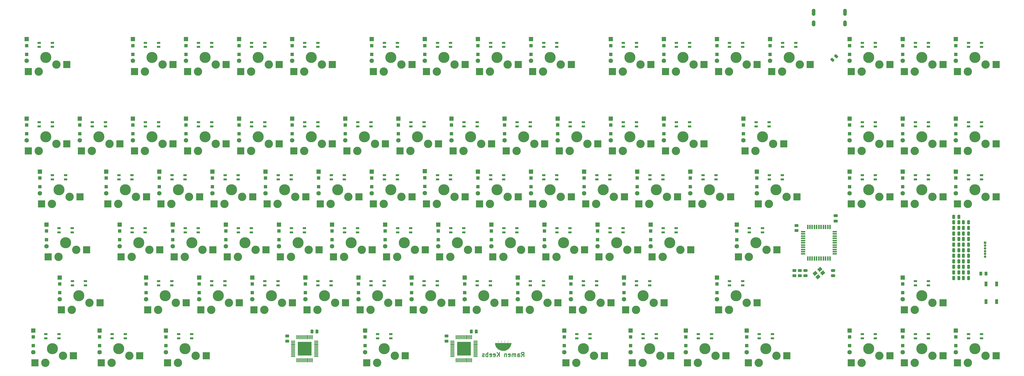
<source format=gbr>
%TF.GenerationSoftware,KiCad,Pcbnew,(6.0.1)*%
%TF.CreationDate,2022-03-06T15:28:15-08:00*%
%TF.ProjectId,Ramen80,52616d65-6e38-4302-9e6b-696361645f70,v1.0.0*%
%TF.SameCoordinates,Original*%
%TF.FileFunction,Soldermask,Bot*%
%TF.FilePolarity,Negative*%
%FSLAX46Y46*%
G04 Gerber Fmt 4.6, Leading zero omitted, Abs format (unit mm)*
G04 Created by KiCad (PCBNEW (6.0.1)) date 2022-03-06 15:28:15*
%MOMM*%
%LPD*%
G01*
G04 APERTURE LIST*
G04 Aperture macros list*
%AMRoundRect*
0 Rectangle with rounded corners*
0 $1 Rounding radius*
0 $2 $3 $4 $5 $6 $7 $8 $9 X,Y pos of 4 corners*
0 Add a 4 corners polygon primitive as box body*
4,1,4,$2,$3,$4,$5,$6,$7,$8,$9,$2,$3,0*
0 Add four circle primitives for the rounded corners*
1,1,$1+$1,$2,$3*
1,1,$1+$1,$4,$5*
1,1,$1+$1,$6,$7*
1,1,$1+$1,$8,$9*
0 Add four rect primitives between the rounded corners*
20,1,$1+$1,$2,$3,$4,$5,0*
20,1,$1+$1,$4,$5,$6,$7,0*
20,1,$1+$1,$6,$7,$8,$9,0*
20,1,$1+$1,$8,$9,$2,$3,0*%
%AMRotRect*
0 Rectangle, with rotation*
0 The origin of the aperture is its center*
0 $1 length*
0 $2 width*
0 $3 Rotation angle, in degrees counterclockwise*
0 Add horizontal line*
21,1,$1,$2,0,0,$3*%
G04 Aperture macros list end*
%ADD10C,0.300000*%
%ADD11C,0.010000*%
%ADD12RoundRect,0.243750X-0.150260X0.494975X-0.494975X0.150260X0.150260X-0.494975X0.494975X-0.150260X0*%
%ADD13C,3.000000*%
%ADD14C,3.987800*%
%ADD15R,2.550000X2.500000*%
%ADD16R,1.600000X1.600000*%
%ADD17R,1.200000X1.200000*%
%ADD18C,1.600000*%
%ADD19R,1.300000X0.700000*%
%ADD20RoundRect,0.250000X0.250000X0.475000X-0.250000X0.475000X-0.250000X-0.475000X0.250000X-0.475000X0*%
%ADD21RoundRect,0.038500X0.761500X0.236500X-0.761500X0.236500X-0.761500X-0.236500X0.761500X-0.236500X0*%
%ADD22RoundRect,0.038500X0.236500X-0.761500X0.236500X0.761500X-0.236500X0.761500X-0.236500X-0.761500X0*%
%ADD23RoundRect,0.075000X0.662500X0.075000X-0.662500X0.075000X-0.662500X-0.075000X0.662500X-0.075000X0*%
%ADD24RoundRect,0.075000X0.075000X0.662500X-0.075000X0.662500X-0.075000X-0.662500X0.075000X-0.662500X0*%
%ADD25R,5.000000X5.000000*%
%ADD26R,1.000000X1.700000*%
%ADD27RoundRect,0.250000X0.450000X-0.262500X0.450000X0.262500X-0.450000X0.262500X-0.450000X-0.262500X0*%
%ADD28RoundRect,0.250000X-0.262500X-0.450000X0.262500X-0.450000X0.262500X0.450000X-0.262500X0.450000X0*%
%ADD29RoundRect,0.250000X-0.250000X-0.475000X0.250000X-0.475000X0.250000X0.475000X-0.250000X0.475000X0*%
%ADD30RoundRect,0.250000X0.475000X-0.250000X0.475000X0.250000X-0.475000X0.250000X-0.475000X-0.250000X0*%
%ADD31RotRect,1.200000X1.400000X130.000000*%
%ADD32R,0.900000X0.900000*%
%ADD33C,0.900000*%
%ADD34RoundRect,0.250000X0.262500X0.450000X-0.262500X0.450000X-0.262500X-0.450000X0.262500X-0.450000X0*%
%ADD35RoundRect,0.250000X-0.475000X0.250000X-0.475000X-0.250000X0.475000X-0.250000X0.475000X0.250000X0*%
G04 APERTURE END LIST*
D10*
%TO.C,Ramen Keebs*%
X213514702Y-174274304D02*
X214022702Y-173548590D01*
X214385559Y-174274304D02*
X214385559Y-172750304D01*
X213804988Y-172750304D01*
X213659845Y-172822876D01*
X213587274Y-172895447D01*
X213514702Y-173040590D01*
X213514702Y-173258304D01*
X213587274Y-173403447D01*
X213659845Y-173476018D01*
X213804988Y-173548590D01*
X214385559Y-173548590D01*
X212208416Y-174274304D02*
X212208416Y-173476018D01*
X212280988Y-173330876D01*
X212426131Y-173258304D01*
X212716416Y-173258304D01*
X212861559Y-173330876D01*
X212208416Y-174201733D02*
X212353559Y-174274304D01*
X212716416Y-174274304D01*
X212861559Y-174201733D01*
X212934131Y-174056590D01*
X212934131Y-173911447D01*
X212861559Y-173766304D01*
X212716416Y-173693733D01*
X212353559Y-173693733D01*
X212208416Y-173621161D01*
X211482702Y-174274304D02*
X211482702Y-173258304D01*
X211482702Y-173403447D02*
X211410131Y-173330876D01*
X211264988Y-173258304D01*
X211047274Y-173258304D01*
X210902131Y-173330876D01*
X210829559Y-173476018D01*
X210829559Y-174274304D01*
X210829559Y-173476018D02*
X210756988Y-173330876D01*
X210611845Y-173258304D01*
X210394131Y-173258304D01*
X210248988Y-173330876D01*
X210176416Y-173476018D01*
X210176416Y-174274304D01*
X208870131Y-174201733D02*
X209015274Y-174274304D01*
X209305559Y-174274304D01*
X209450702Y-174201733D01*
X209523274Y-174056590D01*
X209523274Y-173476018D01*
X209450702Y-173330876D01*
X209305559Y-173258304D01*
X209015274Y-173258304D01*
X208870131Y-173330876D01*
X208797559Y-173476018D01*
X208797559Y-173621161D01*
X209523274Y-173766304D01*
X208144416Y-173258304D02*
X208144416Y-174274304D01*
X208144416Y-173403447D02*
X208071845Y-173330876D01*
X207926702Y-173258304D01*
X207708988Y-173258304D01*
X207563845Y-173330876D01*
X207491274Y-173476018D01*
X207491274Y-174274304D01*
X205604416Y-174274304D02*
X205604416Y-172750304D01*
X204733559Y-174274304D02*
X205386702Y-173403447D01*
X204733559Y-172750304D02*
X205604416Y-173621161D01*
X203499845Y-174201733D02*
X203644988Y-174274304D01*
X203935274Y-174274304D01*
X204080416Y-174201733D01*
X204152988Y-174056590D01*
X204152988Y-173476018D01*
X204080416Y-173330876D01*
X203935274Y-173258304D01*
X203644988Y-173258304D01*
X203499845Y-173330876D01*
X203427274Y-173476018D01*
X203427274Y-173621161D01*
X204152988Y-173766304D01*
X202193559Y-174201733D02*
X202338702Y-174274304D01*
X202628988Y-174274304D01*
X202774131Y-174201733D01*
X202846702Y-174056590D01*
X202846702Y-173476018D01*
X202774131Y-173330876D01*
X202628988Y-173258304D01*
X202338702Y-173258304D01*
X202193559Y-173330876D01*
X202120988Y-173476018D01*
X202120988Y-173621161D01*
X202846702Y-173766304D01*
X201467845Y-174274304D02*
X201467845Y-172750304D01*
X201467845Y-173330876D02*
X201322702Y-173258304D01*
X201032416Y-173258304D01*
X200887274Y-173330876D01*
X200814702Y-173403447D01*
X200742131Y-173548590D01*
X200742131Y-173984018D01*
X200814702Y-174129161D01*
X200887274Y-174201733D01*
X201032416Y-174274304D01*
X201322702Y-174274304D01*
X201467845Y-174201733D01*
X200161559Y-174201733D02*
X200016416Y-174274304D01*
X199726131Y-174274304D01*
X199580988Y-174201733D01*
X199508416Y-174056590D01*
X199508416Y-173984018D01*
X199580988Y-173838876D01*
X199726131Y-173766304D01*
X199943845Y-173766304D01*
X200088988Y-173693733D01*
X200161559Y-173548590D01*
X200161559Y-173476018D01*
X200088988Y-173330876D01*
X199943845Y-173258304D01*
X199726131Y-173258304D01*
X199580988Y-173330876D01*
G36*
X207528122Y-168390564D02*
G01*
X207615565Y-168459639D01*
X207666096Y-168514040D01*
X207717904Y-168619515D01*
X207697628Y-168726085D01*
X207604892Y-168847372D01*
X207603784Y-168848517D01*
X207530638Y-168933024D01*
X207508370Y-168993040D01*
X207527634Y-169053491D01*
X207566723Y-169107639D01*
X207649572Y-169176864D01*
X207692943Y-169213098D01*
X207701099Y-169262202D01*
X207691206Y-169267753D01*
X207640940Y-169246039D01*
X207569307Y-169187933D01*
X207494998Y-169111814D01*
X207436705Y-169036061D01*
X207413120Y-168979051D01*
X207421729Y-168955748D01*
X207471496Y-168885001D01*
X207550818Y-168795680D01*
X207688516Y-168653897D01*
X207569670Y-168531279D01*
X207544165Y-168503743D01*
X207486334Y-168422118D01*
X207483016Y-168381224D01*
X207528122Y-168390564D01*
G37*
G36*
X205183507Y-168390564D02*
G01*
X205270950Y-168459639D01*
X205321480Y-168514040D01*
X205373289Y-168619515D01*
X205353013Y-168726085D01*
X205260277Y-168847372D01*
X205259169Y-168848517D01*
X205186023Y-168933024D01*
X205163754Y-168993040D01*
X205183019Y-169053491D01*
X205222108Y-169107639D01*
X205304957Y-169176864D01*
X205348327Y-169213098D01*
X205356484Y-169262202D01*
X205346590Y-169267753D01*
X205296325Y-169246039D01*
X205224692Y-169187933D01*
X205150383Y-169111814D01*
X205092090Y-169036061D01*
X205068505Y-168979051D01*
X205077114Y-168955748D01*
X205126880Y-168885001D01*
X205206203Y-168795680D01*
X205343901Y-168653897D01*
X205225054Y-168531279D01*
X205199550Y-168503743D01*
X205141719Y-168422118D01*
X205138401Y-168381224D01*
X205183507Y-168390564D01*
G37*
G36*
X208700430Y-168390564D02*
G01*
X208787873Y-168459639D01*
X208838404Y-168514040D01*
X208890212Y-168619515D01*
X208887762Y-168632390D01*
X208885313Y-168645264D01*
X208884395Y-168650090D01*
X208881641Y-168664565D01*
X208880723Y-168669391D01*
X208879805Y-168674216D01*
X208878799Y-168679501D01*
X208877794Y-168684785D01*
X208876788Y-168690069D01*
X208875783Y-168695353D01*
X208872111Y-168714655D01*
X208869936Y-168726085D01*
X208777200Y-168847372D01*
X208776092Y-168848517D01*
X208702946Y-168933024D01*
X208680677Y-168993040D01*
X208699942Y-169053491D01*
X208739031Y-169107639D01*
X208821880Y-169176864D01*
X208865250Y-169213098D01*
X208873407Y-169262202D01*
X208863513Y-169267753D01*
X208813248Y-169246039D01*
X208741615Y-169187933D01*
X208667306Y-169111814D01*
X208609013Y-169036061D01*
X208585428Y-168979051D01*
X208594037Y-168955748D01*
X208643804Y-168885001D01*
X208723126Y-168795680D01*
X208816975Y-168699047D01*
X208860824Y-168653897D01*
X208741977Y-168531279D01*
X208716473Y-168503743D01*
X208658642Y-168422118D01*
X208655324Y-168381224D01*
X208700430Y-168390564D01*
G37*
G36*
X209913365Y-169537260D02*
G01*
X209901086Y-169707058D01*
X209858205Y-169952823D01*
X209791132Y-170212010D01*
X209706754Y-170454063D01*
X209659157Y-170563733D01*
X209439339Y-170949454D01*
X209157778Y-171295950D01*
X208822241Y-171597005D01*
X208440493Y-171846400D01*
X208020300Y-172037917D01*
X207569428Y-172165339D01*
X207562526Y-172166719D01*
X207106609Y-172220195D01*
X206653692Y-172202782D01*
X206212019Y-172118742D01*
X205789835Y-171972339D01*
X205395384Y-171767834D01*
X205036909Y-171509491D01*
X204722657Y-171201574D01*
X204460870Y-170848343D01*
X204259794Y-170454063D01*
X204189649Y-170258116D01*
X204118923Y-169999768D01*
X204071139Y-169749297D01*
X204053184Y-169537260D01*
X204052505Y-169371183D01*
X209914044Y-169371183D01*
X209913365Y-169537260D01*
G37*
G36*
X206355815Y-168390564D02*
G01*
X206443257Y-168459639D01*
X206493788Y-168514040D01*
X206545596Y-168619515D01*
X206525320Y-168726085D01*
X206432585Y-168847372D01*
X206431476Y-168848517D01*
X206358331Y-168933024D01*
X206336062Y-168993040D01*
X206355326Y-169053491D01*
X206394415Y-169107639D01*
X206477264Y-169176864D01*
X206520635Y-169213098D01*
X206528792Y-169262202D01*
X206518898Y-169267753D01*
X206468633Y-169246039D01*
X206396999Y-169187933D01*
X206322690Y-169111814D01*
X206264398Y-169036061D01*
X206240813Y-168979051D01*
X206249422Y-168955748D01*
X206299188Y-168885001D01*
X206378511Y-168795680D01*
X206516209Y-168653897D01*
X206397362Y-168531279D01*
X206371857Y-168503743D01*
X206314027Y-168422118D01*
X206310708Y-168381224D01*
X206355815Y-168390564D01*
G37*
D11*
%TO.C,J2*%
X330155000Y-54012500D02*
X330155000Y-54812500D01*
X330155000Y-54812500D02*
X330154000Y-54843500D01*
X330154000Y-54843500D02*
X330152000Y-54875500D01*
X330152000Y-54875500D02*
X330148000Y-54906500D01*
X330148000Y-54906500D02*
X330142000Y-54937500D01*
X330142000Y-54937500D02*
X330135000Y-54967500D01*
X330135000Y-54967500D02*
X330126000Y-54997500D01*
X330126000Y-54997500D02*
X330115000Y-55027500D01*
X330115000Y-55027500D02*
X330103000Y-55056500D01*
X330103000Y-55056500D02*
X330090000Y-55084500D01*
X330090000Y-55084500D02*
X330075000Y-55112500D01*
X330075000Y-55112500D02*
X330058000Y-55139500D01*
X330058000Y-55139500D02*
X330040000Y-55165500D01*
X330040000Y-55165500D02*
X330021000Y-55190500D01*
X330021000Y-55190500D02*
X330001000Y-55213500D01*
X330001000Y-55213500D02*
X329979000Y-55236500D01*
X329979000Y-55236500D02*
X329956000Y-55258500D01*
X329956000Y-55258500D02*
X329933000Y-55278500D01*
X329933000Y-55278500D02*
X329908000Y-55297500D01*
X329908000Y-55297500D02*
X329882000Y-55315500D01*
X329882000Y-55315500D02*
X329855000Y-55332500D01*
X329855000Y-55332500D02*
X329827000Y-55347500D01*
X329827000Y-55347500D02*
X329799000Y-55360500D01*
X329799000Y-55360500D02*
X329770000Y-55372500D01*
X329770000Y-55372500D02*
X329740000Y-55383500D01*
X329740000Y-55383500D02*
X329710000Y-55392500D01*
X329710000Y-55392500D02*
X329680000Y-55399500D01*
X329680000Y-55399500D02*
X329649000Y-55405500D01*
X329649000Y-55405500D02*
X329618000Y-55409500D01*
X329618000Y-55409500D02*
X329586000Y-55411500D01*
X329586000Y-55411500D02*
X329555000Y-55412500D01*
X329555000Y-55412500D02*
X329524000Y-55411500D01*
X329524000Y-55411500D02*
X329492000Y-55409500D01*
X329492000Y-55409500D02*
X329461000Y-55405500D01*
X329461000Y-55405500D02*
X329430000Y-55399500D01*
X329430000Y-55399500D02*
X329400000Y-55392500D01*
X329400000Y-55392500D02*
X329370000Y-55383500D01*
X329370000Y-55383500D02*
X329340000Y-55372500D01*
X329340000Y-55372500D02*
X329311000Y-55360500D01*
X329311000Y-55360500D02*
X329283000Y-55347500D01*
X329283000Y-55347500D02*
X329255000Y-55332500D01*
X329255000Y-55332500D02*
X329228000Y-55315500D01*
X329228000Y-55315500D02*
X329202000Y-55297500D01*
X329202000Y-55297500D02*
X329177000Y-55278500D01*
X329177000Y-55278500D02*
X329154000Y-55258500D01*
X329154000Y-55258500D02*
X329131000Y-55236500D01*
X329131000Y-55236500D02*
X329109000Y-55213500D01*
X329109000Y-55213500D02*
X329089000Y-55190500D01*
X329089000Y-55190500D02*
X329070000Y-55165500D01*
X329070000Y-55165500D02*
X329052000Y-55139500D01*
X329052000Y-55139500D02*
X329035000Y-55112500D01*
X329035000Y-55112500D02*
X329020000Y-55084500D01*
X329020000Y-55084500D02*
X329007000Y-55056500D01*
X329007000Y-55056500D02*
X328995000Y-55027500D01*
X328995000Y-55027500D02*
X328984000Y-54997500D01*
X328984000Y-54997500D02*
X328975000Y-54967500D01*
X328975000Y-54967500D02*
X328968000Y-54937500D01*
X328968000Y-54937500D02*
X328962000Y-54906500D01*
X328962000Y-54906500D02*
X328958000Y-54875500D01*
X328958000Y-54875500D02*
X328956000Y-54843500D01*
X328956000Y-54843500D02*
X328955000Y-54812500D01*
X328955000Y-54812500D02*
X328955000Y-54012500D01*
X328955000Y-54012500D02*
X328956000Y-53981500D01*
X328956000Y-53981500D02*
X328958000Y-53949500D01*
X328958000Y-53949500D02*
X328962000Y-53918500D01*
X328962000Y-53918500D02*
X328968000Y-53887500D01*
X328968000Y-53887500D02*
X328975000Y-53857500D01*
X328975000Y-53857500D02*
X328984000Y-53827500D01*
X328984000Y-53827500D02*
X328995000Y-53797500D01*
X328995000Y-53797500D02*
X329007000Y-53768500D01*
X329007000Y-53768500D02*
X329020000Y-53740500D01*
X329020000Y-53740500D02*
X329035000Y-53712500D01*
X329035000Y-53712500D02*
X329052000Y-53685500D01*
X329052000Y-53685500D02*
X329070000Y-53659500D01*
X329070000Y-53659500D02*
X329089000Y-53634500D01*
X329089000Y-53634500D02*
X329109000Y-53611500D01*
X329109000Y-53611500D02*
X329131000Y-53588500D01*
X329131000Y-53588500D02*
X329154000Y-53566500D01*
X329154000Y-53566500D02*
X329177000Y-53546500D01*
X329177000Y-53546500D02*
X329202000Y-53527500D01*
X329202000Y-53527500D02*
X329228000Y-53509500D01*
X329228000Y-53509500D02*
X329255000Y-53492500D01*
X329255000Y-53492500D02*
X329283000Y-53477500D01*
X329283000Y-53477500D02*
X329311000Y-53464500D01*
X329311000Y-53464500D02*
X329340000Y-53452500D01*
X329340000Y-53452500D02*
X329370000Y-53441500D01*
X329370000Y-53441500D02*
X329400000Y-53432500D01*
X329400000Y-53432500D02*
X329430000Y-53425500D01*
X329430000Y-53425500D02*
X329461000Y-53419500D01*
X329461000Y-53419500D02*
X329492000Y-53415500D01*
X329492000Y-53415500D02*
X329524000Y-53413500D01*
X329524000Y-53413500D02*
X329555000Y-53412500D01*
X329555000Y-53412500D02*
X329586000Y-53413500D01*
X329586000Y-53413500D02*
X329618000Y-53415500D01*
X329618000Y-53415500D02*
X329649000Y-53419500D01*
X329649000Y-53419500D02*
X329680000Y-53425500D01*
X329680000Y-53425500D02*
X329710000Y-53432500D01*
X329710000Y-53432500D02*
X329740000Y-53441500D01*
X329740000Y-53441500D02*
X329770000Y-53452500D01*
X329770000Y-53452500D02*
X329799000Y-53464500D01*
X329799000Y-53464500D02*
X329827000Y-53477500D01*
X329827000Y-53477500D02*
X329855000Y-53492500D01*
X329855000Y-53492500D02*
X329882000Y-53509500D01*
X329882000Y-53509500D02*
X329908000Y-53527500D01*
X329908000Y-53527500D02*
X329933000Y-53546500D01*
X329933000Y-53546500D02*
X329956000Y-53566500D01*
X329956000Y-53566500D02*
X329979000Y-53588500D01*
X329979000Y-53588500D02*
X330001000Y-53611500D01*
X330001000Y-53611500D02*
X330021000Y-53634500D01*
X330021000Y-53634500D02*
X330040000Y-53659500D01*
X330040000Y-53659500D02*
X330058000Y-53685500D01*
X330058000Y-53685500D02*
X330075000Y-53712500D01*
X330075000Y-53712500D02*
X330090000Y-53740500D01*
X330090000Y-53740500D02*
X330103000Y-53768500D01*
X330103000Y-53768500D02*
X330115000Y-53797500D01*
X330115000Y-53797500D02*
X330126000Y-53827500D01*
X330126000Y-53827500D02*
X330135000Y-53857500D01*
X330135000Y-53857500D02*
X330142000Y-53887500D01*
X330142000Y-53887500D02*
X330148000Y-53918500D01*
X330148000Y-53918500D02*
X330152000Y-53949500D01*
X330152000Y-53949500D02*
X330154000Y-53981500D01*
X330154000Y-53981500D02*
X330155000Y-54012500D01*
X330155000Y-54012500D02*
X330155000Y-54012500D01*
G36*
X329586000Y-53413500D02*
G01*
X329618000Y-53415500D01*
X329649000Y-53419500D01*
X329680000Y-53425500D01*
X329710000Y-53432500D01*
X329740000Y-53441500D01*
X329770000Y-53452500D01*
X329799000Y-53464500D01*
X329827000Y-53477500D01*
X329855000Y-53492500D01*
X329882000Y-53509500D01*
X329908000Y-53527500D01*
X329933000Y-53546500D01*
X329956000Y-53566500D01*
X329979000Y-53588500D01*
X330001000Y-53611500D01*
X330021000Y-53634500D01*
X330040000Y-53659500D01*
X330058000Y-53685500D01*
X330075000Y-53712500D01*
X330090000Y-53740500D01*
X330103000Y-53768500D01*
X330115000Y-53797500D01*
X330126000Y-53827500D01*
X330135000Y-53857500D01*
X330142000Y-53887500D01*
X330148000Y-53918500D01*
X330152000Y-53949500D01*
X330154000Y-53981500D01*
X330155000Y-54012500D01*
X330155000Y-54812500D01*
X330154000Y-54843500D01*
X330152000Y-54875500D01*
X330148000Y-54906500D01*
X330142000Y-54937500D01*
X330135000Y-54967500D01*
X330126000Y-54997500D01*
X330115000Y-55027500D01*
X330103000Y-55056500D01*
X330090000Y-55084500D01*
X330075000Y-55112500D01*
X330058000Y-55139500D01*
X330040000Y-55165500D01*
X330021000Y-55190500D01*
X330001000Y-55213500D01*
X329979000Y-55236500D01*
X329956000Y-55258500D01*
X329933000Y-55278500D01*
X329908000Y-55297500D01*
X329882000Y-55315500D01*
X329855000Y-55332500D01*
X329827000Y-55347500D01*
X329799000Y-55360500D01*
X329770000Y-55372500D01*
X329740000Y-55383500D01*
X329710000Y-55392500D01*
X329680000Y-55399500D01*
X329649000Y-55405500D01*
X329618000Y-55409500D01*
X329586000Y-55411500D01*
X329555000Y-55412500D01*
X329524000Y-55411500D01*
X329492000Y-55409500D01*
X329461000Y-55405500D01*
X329430000Y-55399500D01*
X329400000Y-55392500D01*
X329370000Y-55383500D01*
X329340000Y-55372500D01*
X329311000Y-55360500D01*
X329283000Y-55347500D01*
X329255000Y-55332500D01*
X329228000Y-55315500D01*
X329202000Y-55297500D01*
X329177000Y-55278500D01*
X329154000Y-55258500D01*
X329131000Y-55236500D01*
X329109000Y-55213500D01*
X329089000Y-55190500D01*
X329070000Y-55165500D01*
X329052000Y-55139500D01*
X329035000Y-55112500D01*
X329020000Y-55084500D01*
X329007000Y-55056500D01*
X328995000Y-55027500D01*
X328984000Y-54997500D01*
X328975000Y-54967500D01*
X328968000Y-54937500D01*
X328962000Y-54906500D01*
X328958000Y-54875500D01*
X328956000Y-54843500D01*
X328955000Y-54812500D01*
X328955000Y-54012500D01*
X328956000Y-53981500D01*
X328958000Y-53949500D01*
X328962000Y-53918500D01*
X328968000Y-53887500D01*
X328975000Y-53857500D01*
X328984000Y-53827500D01*
X328995000Y-53797500D01*
X329007000Y-53768500D01*
X329020000Y-53740500D01*
X329035000Y-53712500D01*
X329052000Y-53685500D01*
X329070000Y-53659500D01*
X329089000Y-53634500D01*
X329109000Y-53611500D01*
X329131000Y-53588500D01*
X329154000Y-53566500D01*
X329177000Y-53546500D01*
X329202000Y-53527500D01*
X329228000Y-53509500D01*
X329255000Y-53492500D01*
X329283000Y-53477500D01*
X329311000Y-53464500D01*
X329340000Y-53452500D01*
X329370000Y-53441500D01*
X329400000Y-53432500D01*
X329430000Y-53425500D01*
X329461000Y-53419500D01*
X329492000Y-53415500D01*
X329524000Y-53413500D01*
X329555000Y-53412500D01*
X329586000Y-53413500D01*
G37*
X329586000Y-53413500D02*
X329618000Y-53415500D01*
X329649000Y-53419500D01*
X329680000Y-53425500D01*
X329710000Y-53432500D01*
X329740000Y-53441500D01*
X329770000Y-53452500D01*
X329799000Y-53464500D01*
X329827000Y-53477500D01*
X329855000Y-53492500D01*
X329882000Y-53509500D01*
X329908000Y-53527500D01*
X329933000Y-53546500D01*
X329956000Y-53566500D01*
X329979000Y-53588500D01*
X330001000Y-53611500D01*
X330021000Y-53634500D01*
X330040000Y-53659500D01*
X330058000Y-53685500D01*
X330075000Y-53712500D01*
X330090000Y-53740500D01*
X330103000Y-53768500D01*
X330115000Y-53797500D01*
X330126000Y-53827500D01*
X330135000Y-53857500D01*
X330142000Y-53887500D01*
X330148000Y-53918500D01*
X330152000Y-53949500D01*
X330154000Y-53981500D01*
X330155000Y-54012500D01*
X330155000Y-54812500D01*
X330154000Y-54843500D01*
X330152000Y-54875500D01*
X330148000Y-54906500D01*
X330142000Y-54937500D01*
X330135000Y-54967500D01*
X330126000Y-54997500D01*
X330115000Y-55027500D01*
X330103000Y-55056500D01*
X330090000Y-55084500D01*
X330075000Y-55112500D01*
X330058000Y-55139500D01*
X330040000Y-55165500D01*
X330021000Y-55190500D01*
X330001000Y-55213500D01*
X329979000Y-55236500D01*
X329956000Y-55258500D01*
X329933000Y-55278500D01*
X329908000Y-55297500D01*
X329882000Y-55315500D01*
X329855000Y-55332500D01*
X329827000Y-55347500D01*
X329799000Y-55360500D01*
X329770000Y-55372500D01*
X329740000Y-55383500D01*
X329710000Y-55392500D01*
X329680000Y-55399500D01*
X329649000Y-55405500D01*
X329618000Y-55409500D01*
X329586000Y-55411500D01*
X329555000Y-55412500D01*
X329524000Y-55411500D01*
X329492000Y-55409500D01*
X329461000Y-55405500D01*
X329430000Y-55399500D01*
X329400000Y-55392500D01*
X329370000Y-55383500D01*
X329340000Y-55372500D01*
X329311000Y-55360500D01*
X329283000Y-55347500D01*
X329255000Y-55332500D01*
X329228000Y-55315500D01*
X329202000Y-55297500D01*
X329177000Y-55278500D01*
X329154000Y-55258500D01*
X329131000Y-55236500D01*
X329109000Y-55213500D01*
X329089000Y-55190500D01*
X329070000Y-55165500D01*
X329052000Y-55139500D01*
X329035000Y-55112500D01*
X329020000Y-55084500D01*
X329007000Y-55056500D01*
X328995000Y-55027500D01*
X328984000Y-54997500D01*
X328975000Y-54967500D01*
X328968000Y-54937500D01*
X328962000Y-54906500D01*
X328958000Y-54875500D01*
X328956000Y-54843500D01*
X328955000Y-54812500D01*
X328955000Y-54012500D01*
X328956000Y-53981500D01*
X328958000Y-53949500D01*
X328962000Y-53918500D01*
X328968000Y-53887500D01*
X328975000Y-53857500D01*
X328984000Y-53827500D01*
X328995000Y-53797500D01*
X329007000Y-53768500D01*
X329020000Y-53740500D01*
X329035000Y-53712500D01*
X329052000Y-53685500D01*
X329070000Y-53659500D01*
X329089000Y-53634500D01*
X329109000Y-53611500D01*
X329131000Y-53588500D01*
X329154000Y-53566500D01*
X329177000Y-53546500D01*
X329202000Y-53527500D01*
X329228000Y-53509500D01*
X329255000Y-53492500D01*
X329283000Y-53477500D01*
X329311000Y-53464500D01*
X329340000Y-53452500D01*
X329370000Y-53441500D01*
X329400000Y-53432500D01*
X329430000Y-53425500D01*
X329461000Y-53419500D01*
X329492000Y-53415500D01*
X329524000Y-53413500D01*
X329555000Y-53412500D01*
X329586000Y-53413500D01*
X318915000Y-54012500D02*
X318915000Y-54812500D01*
X318915000Y-54812500D02*
X318914000Y-54843500D01*
X318914000Y-54843500D02*
X318912000Y-54875500D01*
X318912000Y-54875500D02*
X318908000Y-54906500D01*
X318908000Y-54906500D02*
X318902000Y-54937500D01*
X318902000Y-54937500D02*
X318895000Y-54967500D01*
X318895000Y-54967500D02*
X318886000Y-54997500D01*
X318886000Y-54997500D02*
X318875000Y-55027500D01*
X318875000Y-55027500D02*
X318863000Y-55056500D01*
X318863000Y-55056500D02*
X318850000Y-55084500D01*
X318850000Y-55084500D02*
X318835000Y-55112500D01*
X318835000Y-55112500D02*
X318818000Y-55139500D01*
X318818000Y-55139500D02*
X318800000Y-55165500D01*
X318800000Y-55165500D02*
X318781000Y-55190500D01*
X318781000Y-55190500D02*
X318761000Y-55213500D01*
X318761000Y-55213500D02*
X318739000Y-55236500D01*
X318739000Y-55236500D02*
X318716000Y-55258500D01*
X318716000Y-55258500D02*
X318693000Y-55278500D01*
X318693000Y-55278500D02*
X318668000Y-55297500D01*
X318668000Y-55297500D02*
X318642000Y-55315500D01*
X318642000Y-55315500D02*
X318615000Y-55332500D01*
X318615000Y-55332500D02*
X318587000Y-55347500D01*
X318587000Y-55347500D02*
X318559000Y-55360500D01*
X318559000Y-55360500D02*
X318530000Y-55372500D01*
X318530000Y-55372500D02*
X318500000Y-55383500D01*
X318500000Y-55383500D02*
X318470000Y-55392500D01*
X318470000Y-55392500D02*
X318440000Y-55399500D01*
X318440000Y-55399500D02*
X318409000Y-55405500D01*
X318409000Y-55405500D02*
X318378000Y-55409500D01*
X318378000Y-55409500D02*
X318346000Y-55411500D01*
X318346000Y-55411500D02*
X318315000Y-55412500D01*
X318315000Y-55412500D02*
X318284000Y-55411500D01*
X318284000Y-55411500D02*
X318252000Y-55409500D01*
X318252000Y-55409500D02*
X318221000Y-55405500D01*
X318221000Y-55405500D02*
X318190000Y-55399500D01*
X318190000Y-55399500D02*
X318160000Y-55392500D01*
X318160000Y-55392500D02*
X318130000Y-55383500D01*
X318130000Y-55383500D02*
X318100000Y-55372500D01*
X318100000Y-55372500D02*
X318071000Y-55360500D01*
X318071000Y-55360500D02*
X318043000Y-55347500D01*
X318043000Y-55347500D02*
X318015000Y-55332500D01*
X318015000Y-55332500D02*
X317988000Y-55315500D01*
X317988000Y-55315500D02*
X317962000Y-55297500D01*
X317962000Y-55297500D02*
X317937000Y-55278500D01*
X317937000Y-55278500D02*
X317914000Y-55258500D01*
X317914000Y-55258500D02*
X317891000Y-55236500D01*
X317891000Y-55236500D02*
X317869000Y-55213500D01*
X317869000Y-55213500D02*
X317849000Y-55190500D01*
X317849000Y-55190500D02*
X317830000Y-55165500D01*
X317830000Y-55165500D02*
X317812000Y-55139500D01*
X317812000Y-55139500D02*
X317795000Y-55112500D01*
X317795000Y-55112500D02*
X317780000Y-55084500D01*
X317780000Y-55084500D02*
X317767000Y-55056500D01*
X317767000Y-55056500D02*
X317755000Y-55027500D01*
X317755000Y-55027500D02*
X317744000Y-54997500D01*
X317744000Y-54997500D02*
X317735000Y-54967500D01*
X317735000Y-54967500D02*
X317728000Y-54937500D01*
X317728000Y-54937500D02*
X317722000Y-54906500D01*
X317722000Y-54906500D02*
X317718000Y-54875500D01*
X317718000Y-54875500D02*
X317716000Y-54843500D01*
X317716000Y-54843500D02*
X317715000Y-54812500D01*
X317715000Y-54812500D02*
X317715000Y-54012500D01*
X317715000Y-54012500D02*
X317716000Y-53981500D01*
X317716000Y-53981500D02*
X317718000Y-53949500D01*
X317718000Y-53949500D02*
X317722000Y-53918500D01*
X317722000Y-53918500D02*
X317728000Y-53887500D01*
X317728000Y-53887500D02*
X317735000Y-53857500D01*
X317735000Y-53857500D02*
X317744000Y-53827500D01*
X317744000Y-53827500D02*
X317755000Y-53797500D01*
X317755000Y-53797500D02*
X317767000Y-53768500D01*
X317767000Y-53768500D02*
X317780000Y-53740500D01*
X317780000Y-53740500D02*
X317795000Y-53712500D01*
X317795000Y-53712500D02*
X317812000Y-53685500D01*
X317812000Y-53685500D02*
X317830000Y-53659500D01*
X317830000Y-53659500D02*
X317849000Y-53634500D01*
X317849000Y-53634500D02*
X317869000Y-53611500D01*
X317869000Y-53611500D02*
X317891000Y-53588500D01*
X317891000Y-53588500D02*
X317914000Y-53566500D01*
X317914000Y-53566500D02*
X317937000Y-53546500D01*
X317937000Y-53546500D02*
X317962000Y-53527500D01*
X317962000Y-53527500D02*
X317988000Y-53509500D01*
X317988000Y-53509500D02*
X318015000Y-53492500D01*
X318015000Y-53492500D02*
X318043000Y-53477500D01*
X318043000Y-53477500D02*
X318071000Y-53464500D01*
X318071000Y-53464500D02*
X318100000Y-53452500D01*
X318100000Y-53452500D02*
X318130000Y-53441500D01*
X318130000Y-53441500D02*
X318160000Y-53432500D01*
X318160000Y-53432500D02*
X318190000Y-53425500D01*
X318190000Y-53425500D02*
X318221000Y-53419500D01*
X318221000Y-53419500D02*
X318252000Y-53415500D01*
X318252000Y-53415500D02*
X318284000Y-53413500D01*
X318284000Y-53413500D02*
X318315000Y-53412500D01*
X318315000Y-53412500D02*
X318346000Y-53413500D01*
X318346000Y-53413500D02*
X318378000Y-53415500D01*
X318378000Y-53415500D02*
X318409000Y-53419500D01*
X318409000Y-53419500D02*
X318440000Y-53425500D01*
X318440000Y-53425500D02*
X318470000Y-53432500D01*
X318470000Y-53432500D02*
X318500000Y-53441500D01*
X318500000Y-53441500D02*
X318530000Y-53452500D01*
X318530000Y-53452500D02*
X318559000Y-53464500D01*
X318559000Y-53464500D02*
X318587000Y-53477500D01*
X318587000Y-53477500D02*
X318615000Y-53492500D01*
X318615000Y-53492500D02*
X318642000Y-53509500D01*
X318642000Y-53509500D02*
X318668000Y-53527500D01*
X318668000Y-53527500D02*
X318693000Y-53546500D01*
X318693000Y-53546500D02*
X318716000Y-53566500D01*
X318716000Y-53566500D02*
X318739000Y-53588500D01*
X318739000Y-53588500D02*
X318761000Y-53611500D01*
X318761000Y-53611500D02*
X318781000Y-53634500D01*
X318781000Y-53634500D02*
X318800000Y-53659500D01*
X318800000Y-53659500D02*
X318818000Y-53685500D01*
X318818000Y-53685500D02*
X318835000Y-53712500D01*
X318835000Y-53712500D02*
X318850000Y-53740500D01*
X318850000Y-53740500D02*
X318863000Y-53768500D01*
X318863000Y-53768500D02*
X318875000Y-53797500D01*
X318875000Y-53797500D02*
X318886000Y-53827500D01*
X318886000Y-53827500D02*
X318895000Y-53857500D01*
X318895000Y-53857500D02*
X318902000Y-53887500D01*
X318902000Y-53887500D02*
X318908000Y-53918500D01*
X318908000Y-53918500D02*
X318912000Y-53949500D01*
X318912000Y-53949500D02*
X318914000Y-53981500D01*
X318914000Y-53981500D02*
X318915000Y-54012500D01*
X318915000Y-54012500D02*
X318915000Y-54012500D01*
G36*
X318346000Y-53413500D02*
G01*
X318378000Y-53415500D01*
X318409000Y-53419500D01*
X318440000Y-53425500D01*
X318470000Y-53432500D01*
X318500000Y-53441500D01*
X318530000Y-53452500D01*
X318559000Y-53464500D01*
X318587000Y-53477500D01*
X318615000Y-53492500D01*
X318642000Y-53509500D01*
X318668000Y-53527500D01*
X318693000Y-53546500D01*
X318716000Y-53566500D01*
X318739000Y-53588500D01*
X318761000Y-53611500D01*
X318781000Y-53634500D01*
X318800000Y-53659500D01*
X318818000Y-53685500D01*
X318835000Y-53712500D01*
X318850000Y-53740500D01*
X318863000Y-53768500D01*
X318875000Y-53797500D01*
X318886000Y-53827500D01*
X318895000Y-53857500D01*
X318902000Y-53887500D01*
X318908000Y-53918500D01*
X318912000Y-53949500D01*
X318914000Y-53981500D01*
X318915000Y-54012500D01*
X318915000Y-54812500D01*
X318914000Y-54843500D01*
X318912000Y-54875500D01*
X318908000Y-54906500D01*
X318902000Y-54937500D01*
X318895000Y-54967500D01*
X318886000Y-54997500D01*
X318875000Y-55027500D01*
X318863000Y-55056500D01*
X318850000Y-55084500D01*
X318835000Y-55112500D01*
X318818000Y-55139500D01*
X318800000Y-55165500D01*
X318781000Y-55190500D01*
X318761000Y-55213500D01*
X318739000Y-55236500D01*
X318716000Y-55258500D01*
X318693000Y-55278500D01*
X318668000Y-55297500D01*
X318642000Y-55315500D01*
X318615000Y-55332500D01*
X318587000Y-55347500D01*
X318559000Y-55360500D01*
X318530000Y-55372500D01*
X318500000Y-55383500D01*
X318470000Y-55392500D01*
X318440000Y-55399500D01*
X318409000Y-55405500D01*
X318378000Y-55409500D01*
X318346000Y-55411500D01*
X318315000Y-55412500D01*
X318284000Y-55411500D01*
X318252000Y-55409500D01*
X318221000Y-55405500D01*
X318190000Y-55399500D01*
X318160000Y-55392500D01*
X318130000Y-55383500D01*
X318100000Y-55372500D01*
X318071000Y-55360500D01*
X318043000Y-55347500D01*
X318015000Y-55332500D01*
X317988000Y-55315500D01*
X317962000Y-55297500D01*
X317937000Y-55278500D01*
X317914000Y-55258500D01*
X317891000Y-55236500D01*
X317869000Y-55213500D01*
X317849000Y-55190500D01*
X317830000Y-55165500D01*
X317812000Y-55139500D01*
X317795000Y-55112500D01*
X317780000Y-55084500D01*
X317767000Y-55056500D01*
X317755000Y-55027500D01*
X317744000Y-54997500D01*
X317735000Y-54967500D01*
X317728000Y-54937500D01*
X317722000Y-54906500D01*
X317718000Y-54875500D01*
X317716000Y-54843500D01*
X317715000Y-54812500D01*
X317715000Y-54012500D01*
X317716000Y-53981500D01*
X317718000Y-53949500D01*
X317722000Y-53918500D01*
X317728000Y-53887500D01*
X317735000Y-53857500D01*
X317744000Y-53827500D01*
X317755000Y-53797500D01*
X317767000Y-53768500D01*
X317780000Y-53740500D01*
X317795000Y-53712500D01*
X317812000Y-53685500D01*
X317830000Y-53659500D01*
X317849000Y-53634500D01*
X317869000Y-53611500D01*
X317891000Y-53588500D01*
X317914000Y-53566500D01*
X317937000Y-53546500D01*
X317962000Y-53527500D01*
X317988000Y-53509500D01*
X318015000Y-53492500D01*
X318043000Y-53477500D01*
X318071000Y-53464500D01*
X318100000Y-53452500D01*
X318130000Y-53441500D01*
X318160000Y-53432500D01*
X318190000Y-53425500D01*
X318221000Y-53419500D01*
X318252000Y-53415500D01*
X318284000Y-53413500D01*
X318315000Y-53412500D01*
X318346000Y-53413500D01*
G37*
X318346000Y-53413500D02*
X318378000Y-53415500D01*
X318409000Y-53419500D01*
X318440000Y-53425500D01*
X318470000Y-53432500D01*
X318500000Y-53441500D01*
X318530000Y-53452500D01*
X318559000Y-53464500D01*
X318587000Y-53477500D01*
X318615000Y-53492500D01*
X318642000Y-53509500D01*
X318668000Y-53527500D01*
X318693000Y-53546500D01*
X318716000Y-53566500D01*
X318739000Y-53588500D01*
X318761000Y-53611500D01*
X318781000Y-53634500D01*
X318800000Y-53659500D01*
X318818000Y-53685500D01*
X318835000Y-53712500D01*
X318850000Y-53740500D01*
X318863000Y-53768500D01*
X318875000Y-53797500D01*
X318886000Y-53827500D01*
X318895000Y-53857500D01*
X318902000Y-53887500D01*
X318908000Y-53918500D01*
X318912000Y-53949500D01*
X318914000Y-53981500D01*
X318915000Y-54012500D01*
X318915000Y-54812500D01*
X318914000Y-54843500D01*
X318912000Y-54875500D01*
X318908000Y-54906500D01*
X318902000Y-54937500D01*
X318895000Y-54967500D01*
X318886000Y-54997500D01*
X318875000Y-55027500D01*
X318863000Y-55056500D01*
X318850000Y-55084500D01*
X318835000Y-55112500D01*
X318818000Y-55139500D01*
X318800000Y-55165500D01*
X318781000Y-55190500D01*
X318761000Y-55213500D01*
X318739000Y-55236500D01*
X318716000Y-55258500D01*
X318693000Y-55278500D01*
X318668000Y-55297500D01*
X318642000Y-55315500D01*
X318615000Y-55332500D01*
X318587000Y-55347500D01*
X318559000Y-55360500D01*
X318530000Y-55372500D01*
X318500000Y-55383500D01*
X318470000Y-55392500D01*
X318440000Y-55399500D01*
X318409000Y-55405500D01*
X318378000Y-55409500D01*
X318346000Y-55411500D01*
X318315000Y-55412500D01*
X318284000Y-55411500D01*
X318252000Y-55409500D01*
X318221000Y-55405500D01*
X318190000Y-55399500D01*
X318160000Y-55392500D01*
X318130000Y-55383500D01*
X318100000Y-55372500D01*
X318071000Y-55360500D01*
X318043000Y-55347500D01*
X318015000Y-55332500D01*
X317988000Y-55315500D01*
X317962000Y-55297500D01*
X317937000Y-55278500D01*
X317914000Y-55258500D01*
X317891000Y-55236500D01*
X317869000Y-55213500D01*
X317849000Y-55190500D01*
X317830000Y-55165500D01*
X317812000Y-55139500D01*
X317795000Y-55112500D01*
X317780000Y-55084500D01*
X317767000Y-55056500D01*
X317755000Y-55027500D01*
X317744000Y-54997500D01*
X317735000Y-54967500D01*
X317728000Y-54937500D01*
X317722000Y-54906500D01*
X317718000Y-54875500D01*
X317716000Y-54843500D01*
X317715000Y-54812500D01*
X317715000Y-54012500D01*
X317716000Y-53981500D01*
X317718000Y-53949500D01*
X317722000Y-53918500D01*
X317728000Y-53887500D01*
X317735000Y-53857500D01*
X317744000Y-53827500D01*
X317755000Y-53797500D01*
X317767000Y-53768500D01*
X317780000Y-53740500D01*
X317795000Y-53712500D01*
X317812000Y-53685500D01*
X317830000Y-53659500D01*
X317849000Y-53634500D01*
X317869000Y-53611500D01*
X317891000Y-53588500D01*
X317914000Y-53566500D01*
X317937000Y-53546500D01*
X317962000Y-53527500D01*
X317988000Y-53509500D01*
X318015000Y-53492500D01*
X318043000Y-53477500D01*
X318071000Y-53464500D01*
X318100000Y-53452500D01*
X318130000Y-53441500D01*
X318160000Y-53432500D01*
X318190000Y-53425500D01*
X318221000Y-53419500D01*
X318252000Y-53415500D01*
X318284000Y-53413500D01*
X318315000Y-53412500D01*
X318346000Y-53413500D01*
X330155000Y-49812500D02*
X330155000Y-51012500D01*
X330155000Y-51012500D02*
X330154000Y-51043500D01*
X330154000Y-51043500D02*
X330152000Y-51075500D01*
X330152000Y-51075500D02*
X330148000Y-51106500D01*
X330148000Y-51106500D02*
X330142000Y-51137500D01*
X330142000Y-51137500D02*
X330135000Y-51167500D01*
X330135000Y-51167500D02*
X330126000Y-51197500D01*
X330126000Y-51197500D02*
X330115000Y-51227500D01*
X330115000Y-51227500D02*
X330103000Y-51256500D01*
X330103000Y-51256500D02*
X330090000Y-51284500D01*
X330090000Y-51284500D02*
X330075000Y-51312500D01*
X330075000Y-51312500D02*
X330058000Y-51339500D01*
X330058000Y-51339500D02*
X330040000Y-51365500D01*
X330040000Y-51365500D02*
X330021000Y-51390500D01*
X330021000Y-51390500D02*
X330001000Y-51413500D01*
X330001000Y-51413500D02*
X329979000Y-51436500D01*
X329979000Y-51436500D02*
X329956000Y-51458500D01*
X329956000Y-51458500D02*
X329933000Y-51478500D01*
X329933000Y-51478500D02*
X329908000Y-51497500D01*
X329908000Y-51497500D02*
X329882000Y-51515500D01*
X329882000Y-51515500D02*
X329855000Y-51532500D01*
X329855000Y-51532500D02*
X329827000Y-51547500D01*
X329827000Y-51547500D02*
X329799000Y-51560500D01*
X329799000Y-51560500D02*
X329770000Y-51572500D01*
X329770000Y-51572500D02*
X329740000Y-51583500D01*
X329740000Y-51583500D02*
X329710000Y-51592500D01*
X329710000Y-51592500D02*
X329680000Y-51599500D01*
X329680000Y-51599500D02*
X329649000Y-51605500D01*
X329649000Y-51605500D02*
X329618000Y-51609500D01*
X329618000Y-51609500D02*
X329586000Y-51611500D01*
X329586000Y-51611500D02*
X329555000Y-51612500D01*
X329555000Y-51612500D02*
X329524000Y-51611500D01*
X329524000Y-51611500D02*
X329492000Y-51609500D01*
X329492000Y-51609500D02*
X329461000Y-51605500D01*
X329461000Y-51605500D02*
X329430000Y-51599500D01*
X329430000Y-51599500D02*
X329400000Y-51592500D01*
X329400000Y-51592500D02*
X329370000Y-51583500D01*
X329370000Y-51583500D02*
X329340000Y-51572500D01*
X329340000Y-51572500D02*
X329311000Y-51560500D01*
X329311000Y-51560500D02*
X329283000Y-51547500D01*
X329283000Y-51547500D02*
X329255000Y-51532500D01*
X329255000Y-51532500D02*
X329228000Y-51515500D01*
X329228000Y-51515500D02*
X329202000Y-51497500D01*
X329202000Y-51497500D02*
X329177000Y-51478500D01*
X329177000Y-51478500D02*
X329154000Y-51458500D01*
X329154000Y-51458500D02*
X329131000Y-51436500D01*
X329131000Y-51436500D02*
X329109000Y-51413500D01*
X329109000Y-51413500D02*
X329089000Y-51390500D01*
X329089000Y-51390500D02*
X329070000Y-51365500D01*
X329070000Y-51365500D02*
X329052000Y-51339500D01*
X329052000Y-51339500D02*
X329035000Y-51312500D01*
X329035000Y-51312500D02*
X329020000Y-51284500D01*
X329020000Y-51284500D02*
X329007000Y-51256500D01*
X329007000Y-51256500D02*
X328995000Y-51227500D01*
X328995000Y-51227500D02*
X328984000Y-51197500D01*
X328984000Y-51197500D02*
X328975000Y-51167500D01*
X328975000Y-51167500D02*
X328968000Y-51137500D01*
X328968000Y-51137500D02*
X328962000Y-51106500D01*
X328962000Y-51106500D02*
X328958000Y-51075500D01*
X328958000Y-51075500D02*
X328956000Y-51043500D01*
X328956000Y-51043500D02*
X328955000Y-51012500D01*
X328955000Y-51012500D02*
X328955000Y-49812500D01*
X328955000Y-49812500D02*
X328956000Y-49781500D01*
X328956000Y-49781500D02*
X328958000Y-49749500D01*
X328958000Y-49749500D02*
X328962000Y-49718500D01*
X328962000Y-49718500D02*
X328968000Y-49687500D01*
X328968000Y-49687500D02*
X328975000Y-49657500D01*
X328975000Y-49657500D02*
X328984000Y-49627500D01*
X328984000Y-49627500D02*
X328995000Y-49597500D01*
X328995000Y-49597500D02*
X329007000Y-49568500D01*
X329007000Y-49568500D02*
X329020000Y-49540500D01*
X329020000Y-49540500D02*
X329035000Y-49512500D01*
X329035000Y-49512500D02*
X329052000Y-49485500D01*
X329052000Y-49485500D02*
X329070000Y-49459500D01*
X329070000Y-49459500D02*
X329089000Y-49434500D01*
X329089000Y-49434500D02*
X329109000Y-49411500D01*
X329109000Y-49411500D02*
X329131000Y-49388500D01*
X329131000Y-49388500D02*
X329154000Y-49366500D01*
X329154000Y-49366500D02*
X329177000Y-49346500D01*
X329177000Y-49346500D02*
X329202000Y-49327500D01*
X329202000Y-49327500D02*
X329228000Y-49309500D01*
X329228000Y-49309500D02*
X329255000Y-49292500D01*
X329255000Y-49292500D02*
X329283000Y-49277500D01*
X329283000Y-49277500D02*
X329311000Y-49264500D01*
X329311000Y-49264500D02*
X329340000Y-49252500D01*
X329340000Y-49252500D02*
X329370000Y-49241500D01*
X329370000Y-49241500D02*
X329400000Y-49232500D01*
X329400000Y-49232500D02*
X329430000Y-49225500D01*
X329430000Y-49225500D02*
X329461000Y-49219500D01*
X329461000Y-49219500D02*
X329492000Y-49215500D01*
X329492000Y-49215500D02*
X329524000Y-49213500D01*
X329524000Y-49213500D02*
X329555000Y-49212500D01*
X329555000Y-49212500D02*
X329586000Y-49213500D01*
X329586000Y-49213500D02*
X329618000Y-49215500D01*
X329618000Y-49215500D02*
X329649000Y-49219500D01*
X329649000Y-49219500D02*
X329680000Y-49225500D01*
X329680000Y-49225500D02*
X329710000Y-49232500D01*
X329710000Y-49232500D02*
X329740000Y-49241500D01*
X329740000Y-49241500D02*
X329770000Y-49252500D01*
X329770000Y-49252500D02*
X329799000Y-49264500D01*
X329799000Y-49264500D02*
X329827000Y-49277500D01*
X329827000Y-49277500D02*
X329855000Y-49292500D01*
X329855000Y-49292500D02*
X329882000Y-49309500D01*
X329882000Y-49309500D02*
X329908000Y-49327500D01*
X329908000Y-49327500D02*
X329933000Y-49346500D01*
X329933000Y-49346500D02*
X329956000Y-49366500D01*
X329956000Y-49366500D02*
X329979000Y-49388500D01*
X329979000Y-49388500D02*
X330001000Y-49411500D01*
X330001000Y-49411500D02*
X330021000Y-49434500D01*
X330021000Y-49434500D02*
X330040000Y-49459500D01*
X330040000Y-49459500D02*
X330058000Y-49485500D01*
X330058000Y-49485500D02*
X330075000Y-49512500D01*
X330075000Y-49512500D02*
X330090000Y-49540500D01*
X330090000Y-49540500D02*
X330103000Y-49568500D01*
X330103000Y-49568500D02*
X330115000Y-49597500D01*
X330115000Y-49597500D02*
X330126000Y-49627500D01*
X330126000Y-49627500D02*
X330135000Y-49657500D01*
X330135000Y-49657500D02*
X330142000Y-49687500D01*
X330142000Y-49687500D02*
X330148000Y-49718500D01*
X330148000Y-49718500D02*
X330152000Y-49749500D01*
X330152000Y-49749500D02*
X330154000Y-49781500D01*
X330154000Y-49781500D02*
X330155000Y-49812500D01*
X330155000Y-49812500D02*
X330155000Y-49812500D01*
G36*
X329586000Y-49213500D02*
G01*
X329618000Y-49215500D01*
X329649000Y-49219500D01*
X329680000Y-49225500D01*
X329710000Y-49232500D01*
X329740000Y-49241500D01*
X329770000Y-49252500D01*
X329799000Y-49264500D01*
X329827000Y-49277500D01*
X329855000Y-49292500D01*
X329882000Y-49309500D01*
X329908000Y-49327500D01*
X329933000Y-49346500D01*
X329956000Y-49366500D01*
X329979000Y-49388500D01*
X330001000Y-49411500D01*
X330021000Y-49434500D01*
X330040000Y-49459500D01*
X330058000Y-49485500D01*
X330075000Y-49512500D01*
X330090000Y-49540500D01*
X330103000Y-49568500D01*
X330115000Y-49597500D01*
X330126000Y-49627500D01*
X330135000Y-49657500D01*
X330142000Y-49687500D01*
X330148000Y-49718500D01*
X330152000Y-49749500D01*
X330154000Y-49781500D01*
X330155000Y-49812500D01*
X330155000Y-51012500D01*
X330154000Y-51043500D01*
X330152000Y-51075500D01*
X330148000Y-51106500D01*
X330142000Y-51137500D01*
X330135000Y-51167500D01*
X330126000Y-51197500D01*
X330115000Y-51227500D01*
X330103000Y-51256500D01*
X330090000Y-51284500D01*
X330075000Y-51312500D01*
X330058000Y-51339500D01*
X330040000Y-51365500D01*
X330021000Y-51390500D01*
X330001000Y-51413500D01*
X329979000Y-51436500D01*
X329956000Y-51458500D01*
X329933000Y-51478500D01*
X329908000Y-51497500D01*
X329882000Y-51515500D01*
X329855000Y-51532500D01*
X329827000Y-51547500D01*
X329799000Y-51560500D01*
X329770000Y-51572500D01*
X329740000Y-51583500D01*
X329710000Y-51592500D01*
X329680000Y-51599500D01*
X329649000Y-51605500D01*
X329618000Y-51609500D01*
X329586000Y-51611500D01*
X329555000Y-51612500D01*
X329524000Y-51611500D01*
X329492000Y-51609500D01*
X329461000Y-51605500D01*
X329430000Y-51599500D01*
X329400000Y-51592500D01*
X329370000Y-51583500D01*
X329340000Y-51572500D01*
X329311000Y-51560500D01*
X329283000Y-51547500D01*
X329255000Y-51532500D01*
X329228000Y-51515500D01*
X329202000Y-51497500D01*
X329177000Y-51478500D01*
X329154000Y-51458500D01*
X329131000Y-51436500D01*
X329109000Y-51413500D01*
X329089000Y-51390500D01*
X329070000Y-51365500D01*
X329052000Y-51339500D01*
X329035000Y-51312500D01*
X329020000Y-51284500D01*
X329007000Y-51256500D01*
X328995000Y-51227500D01*
X328984000Y-51197500D01*
X328975000Y-51167500D01*
X328968000Y-51137500D01*
X328962000Y-51106500D01*
X328958000Y-51075500D01*
X328956000Y-51043500D01*
X328955000Y-51012500D01*
X328955000Y-49812500D01*
X328956000Y-49781500D01*
X328958000Y-49749500D01*
X328962000Y-49718500D01*
X328968000Y-49687500D01*
X328975000Y-49657500D01*
X328984000Y-49627500D01*
X328995000Y-49597500D01*
X329007000Y-49568500D01*
X329020000Y-49540500D01*
X329035000Y-49512500D01*
X329052000Y-49485500D01*
X329070000Y-49459500D01*
X329089000Y-49434500D01*
X329109000Y-49411500D01*
X329131000Y-49388500D01*
X329154000Y-49366500D01*
X329177000Y-49346500D01*
X329202000Y-49327500D01*
X329228000Y-49309500D01*
X329255000Y-49292500D01*
X329283000Y-49277500D01*
X329311000Y-49264500D01*
X329340000Y-49252500D01*
X329370000Y-49241500D01*
X329400000Y-49232500D01*
X329430000Y-49225500D01*
X329461000Y-49219500D01*
X329492000Y-49215500D01*
X329524000Y-49213500D01*
X329555000Y-49212500D01*
X329586000Y-49213500D01*
G37*
X329586000Y-49213500D02*
X329618000Y-49215500D01*
X329649000Y-49219500D01*
X329680000Y-49225500D01*
X329710000Y-49232500D01*
X329740000Y-49241500D01*
X329770000Y-49252500D01*
X329799000Y-49264500D01*
X329827000Y-49277500D01*
X329855000Y-49292500D01*
X329882000Y-49309500D01*
X329908000Y-49327500D01*
X329933000Y-49346500D01*
X329956000Y-49366500D01*
X329979000Y-49388500D01*
X330001000Y-49411500D01*
X330021000Y-49434500D01*
X330040000Y-49459500D01*
X330058000Y-49485500D01*
X330075000Y-49512500D01*
X330090000Y-49540500D01*
X330103000Y-49568500D01*
X330115000Y-49597500D01*
X330126000Y-49627500D01*
X330135000Y-49657500D01*
X330142000Y-49687500D01*
X330148000Y-49718500D01*
X330152000Y-49749500D01*
X330154000Y-49781500D01*
X330155000Y-49812500D01*
X330155000Y-51012500D01*
X330154000Y-51043500D01*
X330152000Y-51075500D01*
X330148000Y-51106500D01*
X330142000Y-51137500D01*
X330135000Y-51167500D01*
X330126000Y-51197500D01*
X330115000Y-51227500D01*
X330103000Y-51256500D01*
X330090000Y-51284500D01*
X330075000Y-51312500D01*
X330058000Y-51339500D01*
X330040000Y-51365500D01*
X330021000Y-51390500D01*
X330001000Y-51413500D01*
X329979000Y-51436500D01*
X329956000Y-51458500D01*
X329933000Y-51478500D01*
X329908000Y-51497500D01*
X329882000Y-51515500D01*
X329855000Y-51532500D01*
X329827000Y-51547500D01*
X329799000Y-51560500D01*
X329770000Y-51572500D01*
X329740000Y-51583500D01*
X329710000Y-51592500D01*
X329680000Y-51599500D01*
X329649000Y-51605500D01*
X329618000Y-51609500D01*
X329586000Y-51611500D01*
X329555000Y-51612500D01*
X329524000Y-51611500D01*
X329492000Y-51609500D01*
X329461000Y-51605500D01*
X329430000Y-51599500D01*
X329400000Y-51592500D01*
X329370000Y-51583500D01*
X329340000Y-51572500D01*
X329311000Y-51560500D01*
X329283000Y-51547500D01*
X329255000Y-51532500D01*
X329228000Y-51515500D01*
X329202000Y-51497500D01*
X329177000Y-51478500D01*
X329154000Y-51458500D01*
X329131000Y-51436500D01*
X329109000Y-51413500D01*
X329089000Y-51390500D01*
X329070000Y-51365500D01*
X329052000Y-51339500D01*
X329035000Y-51312500D01*
X329020000Y-51284500D01*
X329007000Y-51256500D01*
X328995000Y-51227500D01*
X328984000Y-51197500D01*
X328975000Y-51167500D01*
X328968000Y-51137500D01*
X328962000Y-51106500D01*
X328958000Y-51075500D01*
X328956000Y-51043500D01*
X328955000Y-51012500D01*
X328955000Y-49812500D01*
X328956000Y-49781500D01*
X328958000Y-49749500D01*
X328962000Y-49718500D01*
X328968000Y-49687500D01*
X328975000Y-49657500D01*
X328984000Y-49627500D01*
X328995000Y-49597500D01*
X329007000Y-49568500D01*
X329020000Y-49540500D01*
X329035000Y-49512500D01*
X329052000Y-49485500D01*
X329070000Y-49459500D01*
X329089000Y-49434500D01*
X329109000Y-49411500D01*
X329131000Y-49388500D01*
X329154000Y-49366500D01*
X329177000Y-49346500D01*
X329202000Y-49327500D01*
X329228000Y-49309500D01*
X329255000Y-49292500D01*
X329283000Y-49277500D01*
X329311000Y-49264500D01*
X329340000Y-49252500D01*
X329370000Y-49241500D01*
X329400000Y-49232500D01*
X329430000Y-49225500D01*
X329461000Y-49219500D01*
X329492000Y-49215500D01*
X329524000Y-49213500D01*
X329555000Y-49212500D01*
X329586000Y-49213500D01*
X318915000Y-49812500D02*
X318915000Y-51012500D01*
X318915000Y-51012500D02*
X318914000Y-51043500D01*
X318914000Y-51043500D02*
X318912000Y-51075500D01*
X318912000Y-51075500D02*
X318908000Y-51106500D01*
X318908000Y-51106500D02*
X318902000Y-51137500D01*
X318902000Y-51137500D02*
X318895000Y-51167500D01*
X318895000Y-51167500D02*
X318886000Y-51197500D01*
X318886000Y-51197500D02*
X318875000Y-51227500D01*
X318875000Y-51227500D02*
X318863000Y-51256500D01*
X318863000Y-51256500D02*
X318850000Y-51284500D01*
X318850000Y-51284500D02*
X318835000Y-51312500D01*
X318835000Y-51312500D02*
X318818000Y-51339500D01*
X318818000Y-51339500D02*
X318800000Y-51365500D01*
X318800000Y-51365500D02*
X318781000Y-51390500D01*
X318781000Y-51390500D02*
X318761000Y-51413500D01*
X318761000Y-51413500D02*
X318739000Y-51436500D01*
X318739000Y-51436500D02*
X318716000Y-51458500D01*
X318716000Y-51458500D02*
X318693000Y-51478500D01*
X318693000Y-51478500D02*
X318668000Y-51497500D01*
X318668000Y-51497500D02*
X318642000Y-51515500D01*
X318642000Y-51515500D02*
X318615000Y-51532500D01*
X318615000Y-51532500D02*
X318587000Y-51547500D01*
X318587000Y-51547500D02*
X318559000Y-51560500D01*
X318559000Y-51560500D02*
X318530000Y-51572500D01*
X318530000Y-51572500D02*
X318500000Y-51583500D01*
X318500000Y-51583500D02*
X318470000Y-51592500D01*
X318470000Y-51592500D02*
X318440000Y-51599500D01*
X318440000Y-51599500D02*
X318409000Y-51605500D01*
X318409000Y-51605500D02*
X318378000Y-51609500D01*
X318378000Y-51609500D02*
X318346000Y-51611500D01*
X318346000Y-51611500D02*
X318315000Y-51612500D01*
X318315000Y-51612500D02*
X318284000Y-51611500D01*
X318284000Y-51611500D02*
X318252000Y-51609500D01*
X318252000Y-51609500D02*
X318221000Y-51605500D01*
X318221000Y-51605500D02*
X318190000Y-51599500D01*
X318190000Y-51599500D02*
X318160000Y-51592500D01*
X318160000Y-51592500D02*
X318130000Y-51583500D01*
X318130000Y-51583500D02*
X318100000Y-51572500D01*
X318100000Y-51572500D02*
X318071000Y-51560500D01*
X318071000Y-51560500D02*
X318043000Y-51547500D01*
X318043000Y-51547500D02*
X318015000Y-51532500D01*
X318015000Y-51532500D02*
X317988000Y-51515500D01*
X317988000Y-51515500D02*
X317962000Y-51497500D01*
X317962000Y-51497500D02*
X317937000Y-51478500D01*
X317937000Y-51478500D02*
X317914000Y-51458500D01*
X317914000Y-51458500D02*
X317891000Y-51436500D01*
X317891000Y-51436500D02*
X317869000Y-51413500D01*
X317869000Y-51413500D02*
X317849000Y-51390500D01*
X317849000Y-51390500D02*
X317830000Y-51365500D01*
X317830000Y-51365500D02*
X317812000Y-51339500D01*
X317812000Y-51339500D02*
X317795000Y-51312500D01*
X317795000Y-51312500D02*
X317780000Y-51284500D01*
X317780000Y-51284500D02*
X317767000Y-51256500D01*
X317767000Y-51256500D02*
X317755000Y-51227500D01*
X317755000Y-51227500D02*
X317744000Y-51197500D01*
X317744000Y-51197500D02*
X317735000Y-51167500D01*
X317735000Y-51167500D02*
X317728000Y-51137500D01*
X317728000Y-51137500D02*
X317722000Y-51106500D01*
X317722000Y-51106500D02*
X317718000Y-51075500D01*
X317718000Y-51075500D02*
X317716000Y-51043500D01*
X317716000Y-51043500D02*
X317715000Y-51012500D01*
X317715000Y-51012500D02*
X317715000Y-49812500D01*
X317715000Y-49812500D02*
X317716000Y-49781500D01*
X317716000Y-49781500D02*
X317718000Y-49749500D01*
X317718000Y-49749500D02*
X317722000Y-49718500D01*
X317722000Y-49718500D02*
X317728000Y-49687500D01*
X317728000Y-49687500D02*
X317735000Y-49657500D01*
X317735000Y-49657500D02*
X317744000Y-49627500D01*
X317744000Y-49627500D02*
X317755000Y-49597500D01*
X317755000Y-49597500D02*
X317767000Y-49568500D01*
X317767000Y-49568500D02*
X317780000Y-49540500D01*
X317780000Y-49540500D02*
X317795000Y-49512500D01*
X317795000Y-49512500D02*
X317812000Y-49485500D01*
X317812000Y-49485500D02*
X317830000Y-49459500D01*
X317830000Y-49459500D02*
X317849000Y-49434500D01*
X317849000Y-49434500D02*
X317869000Y-49411500D01*
X317869000Y-49411500D02*
X317891000Y-49388500D01*
X317891000Y-49388500D02*
X317914000Y-49366500D01*
X317914000Y-49366500D02*
X317937000Y-49346500D01*
X317937000Y-49346500D02*
X317962000Y-49327500D01*
X317962000Y-49327500D02*
X317988000Y-49309500D01*
X317988000Y-49309500D02*
X318015000Y-49292500D01*
X318015000Y-49292500D02*
X318043000Y-49277500D01*
X318043000Y-49277500D02*
X318071000Y-49264500D01*
X318071000Y-49264500D02*
X318100000Y-49252500D01*
X318100000Y-49252500D02*
X318130000Y-49241500D01*
X318130000Y-49241500D02*
X318160000Y-49232500D01*
X318160000Y-49232500D02*
X318190000Y-49225500D01*
X318190000Y-49225500D02*
X318221000Y-49219500D01*
X318221000Y-49219500D02*
X318252000Y-49215500D01*
X318252000Y-49215500D02*
X318284000Y-49213500D01*
X318284000Y-49213500D02*
X318315000Y-49212500D01*
X318315000Y-49212500D02*
X318346000Y-49213500D01*
X318346000Y-49213500D02*
X318378000Y-49215500D01*
X318378000Y-49215500D02*
X318409000Y-49219500D01*
X318409000Y-49219500D02*
X318440000Y-49225500D01*
X318440000Y-49225500D02*
X318470000Y-49232500D01*
X318470000Y-49232500D02*
X318500000Y-49241500D01*
X318500000Y-49241500D02*
X318530000Y-49252500D01*
X318530000Y-49252500D02*
X318559000Y-49264500D01*
X318559000Y-49264500D02*
X318587000Y-49277500D01*
X318587000Y-49277500D02*
X318615000Y-49292500D01*
X318615000Y-49292500D02*
X318642000Y-49309500D01*
X318642000Y-49309500D02*
X318668000Y-49327500D01*
X318668000Y-49327500D02*
X318693000Y-49346500D01*
X318693000Y-49346500D02*
X318716000Y-49366500D01*
X318716000Y-49366500D02*
X318739000Y-49388500D01*
X318739000Y-49388500D02*
X318761000Y-49411500D01*
X318761000Y-49411500D02*
X318781000Y-49434500D01*
X318781000Y-49434500D02*
X318800000Y-49459500D01*
X318800000Y-49459500D02*
X318818000Y-49485500D01*
X318818000Y-49485500D02*
X318835000Y-49512500D01*
X318835000Y-49512500D02*
X318850000Y-49540500D01*
X318850000Y-49540500D02*
X318863000Y-49568500D01*
X318863000Y-49568500D02*
X318875000Y-49597500D01*
X318875000Y-49597500D02*
X318886000Y-49627500D01*
X318886000Y-49627500D02*
X318895000Y-49657500D01*
X318895000Y-49657500D02*
X318902000Y-49687500D01*
X318902000Y-49687500D02*
X318908000Y-49718500D01*
X318908000Y-49718500D02*
X318912000Y-49749500D01*
X318912000Y-49749500D02*
X318914000Y-49781500D01*
X318914000Y-49781500D02*
X318915000Y-49812500D01*
X318915000Y-49812500D02*
X318915000Y-49812500D01*
G36*
X318346000Y-49213500D02*
G01*
X318378000Y-49215500D01*
X318409000Y-49219500D01*
X318440000Y-49225500D01*
X318470000Y-49232500D01*
X318500000Y-49241500D01*
X318530000Y-49252500D01*
X318559000Y-49264500D01*
X318587000Y-49277500D01*
X318615000Y-49292500D01*
X318642000Y-49309500D01*
X318668000Y-49327500D01*
X318693000Y-49346500D01*
X318716000Y-49366500D01*
X318739000Y-49388500D01*
X318761000Y-49411500D01*
X318781000Y-49434500D01*
X318800000Y-49459500D01*
X318818000Y-49485500D01*
X318835000Y-49512500D01*
X318850000Y-49540500D01*
X318863000Y-49568500D01*
X318875000Y-49597500D01*
X318886000Y-49627500D01*
X318895000Y-49657500D01*
X318902000Y-49687500D01*
X318908000Y-49718500D01*
X318912000Y-49749500D01*
X318914000Y-49781500D01*
X318915000Y-49812500D01*
X318915000Y-51012500D01*
X318914000Y-51043500D01*
X318912000Y-51075500D01*
X318908000Y-51106500D01*
X318902000Y-51137500D01*
X318895000Y-51167500D01*
X318886000Y-51197500D01*
X318875000Y-51227500D01*
X318863000Y-51256500D01*
X318850000Y-51284500D01*
X318835000Y-51312500D01*
X318818000Y-51339500D01*
X318800000Y-51365500D01*
X318781000Y-51390500D01*
X318761000Y-51413500D01*
X318739000Y-51436500D01*
X318716000Y-51458500D01*
X318693000Y-51478500D01*
X318668000Y-51497500D01*
X318642000Y-51515500D01*
X318615000Y-51532500D01*
X318587000Y-51547500D01*
X318559000Y-51560500D01*
X318530000Y-51572500D01*
X318500000Y-51583500D01*
X318470000Y-51592500D01*
X318440000Y-51599500D01*
X318409000Y-51605500D01*
X318378000Y-51609500D01*
X318346000Y-51611500D01*
X318315000Y-51612500D01*
X318284000Y-51611500D01*
X318252000Y-51609500D01*
X318221000Y-51605500D01*
X318190000Y-51599500D01*
X318160000Y-51592500D01*
X318130000Y-51583500D01*
X318100000Y-51572500D01*
X318071000Y-51560500D01*
X318043000Y-51547500D01*
X318015000Y-51532500D01*
X317988000Y-51515500D01*
X317962000Y-51497500D01*
X317937000Y-51478500D01*
X317914000Y-51458500D01*
X317891000Y-51436500D01*
X317869000Y-51413500D01*
X317849000Y-51390500D01*
X317830000Y-51365500D01*
X317812000Y-51339500D01*
X317795000Y-51312500D01*
X317780000Y-51284500D01*
X317767000Y-51256500D01*
X317755000Y-51227500D01*
X317744000Y-51197500D01*
X317735000Y-51167500D01*
X317728000Y-51137500D01*
X317722000Y-51106500D01*
X317718000Y-51075500D01*
X317716000Y-51043500D01*
X317715000Y-51012500D01*
X317715000Y-49812500D01*
X317716000Y-49781500D01*
X317718000Y-49749500D01*
X317722000Y-49718500D01*
X317728000Y-49687500D01*
X317735000Y-49657500D01*
X317744000Y-49627500D01*
X317755000Y-49597500D01*
X317767000Y-49568500D01*
X317780000Y-49540500D01*
X317795000Y-49512500D01*
X317812000Y-49485500D01*
X317830000Y-49459500D01*
X317849000Y-49434500D01*
X317869000Y-49411500D01*
X317891000Y-49388500D01*
X317914000Y-49366500D01*
X317937000Y-49346500D01*
X317962000Y-49327500D01*
X317988000Y-49309500D01*
X318015000Y-49292500D01*
X318043000Y-49277500D01*
X318071000Y-49264500D01*
X318100000Y-49252500D01*
X318130000Y-49241500D01*
X318160000Y-49232500D01*
X318190000Y-49225500D01*
X318221000Y-49219500D01*
X318252000Y-49215500D01*
X318284000Y-49213500D01*
X318315000Y-49212500D01*
X318346000Y-49213500D01*
G37*
X318346000Y-49213500D02*
X318378000Y-49215500D01*
X318409000Y-49219500D01*
X318440000Y-49225500D01*
X318470000Y-49232500D01*
X318500000Y-49241500D01*
X318530000Y-49252500D01*
X318559000Y-49264500D01*
X318587000Y-49277500D01*
X318615000Y-49292500D01*
X318642000Y-49309500D01*
X318668000Y-49327500D01*
X318693000Y-49346500D01*
X318716000Y-49366500D01*
X318739000Y-49388500D01*
X318761000Y-49411500D01*
X318781000Y-49434500D01*
X318800000Y-49459500D01*
X318818000Y-49485500D01*
X318835000Y-49512500D01*
X318850000Y-49540500D01*
X318863000Y-49568500D01*
X318875000Y-49597500D01*
X318886000Y-49627500D01*
X318895000Y-49657500D01*
X318902000Y-49687500D01*
X318908000Y-49718500D01*
X318912000Y-49749500D01*
X318914000Y-49781500D01*
X318915000Y-49812500D01*
X318915000Y-51012500D01*
X318914000Y-51043500D01*
X318912000Y-51075500D01*
X318908000Y-51106500D01*
X318902000Y-51137500D01*
X318895000Y-51167500D01*
X318886000Y-51197500D01*
X318875000Y-51227500D01*
X318863000Y-51256500D01*
X318850000Y-51284500D01*
X318835000Y-51312500D01*
X318818000Y-51339500D01*
X318800000Y-51365500D01*
X318781000Y-51390500D01*
X318761000Y-51413500D01*
X318739000Y-51436500D01*
X318716000Y-51458500D01*
X318693000Y-51478500D01*
X318668000Y-51497500D01*
X318642000Y-51515500D01*
X318615000Y-51532500D01*
X318587000Y-51547500D01*
X318559000Y-51560500D01*
X318530000Y-51572500D01*
X318500000Y-51583500D01*
X318470000Y-51592500D01*
X318440000Y-51599500D01*
X318409000Y-51605500D01*
X318378000Y-51609500D01*
X318346000Y-51611500D01*
X318315000Y-51612500D01*
X318284000Y-51611500D01*
X318252000Y-51609500D01*
X318221000Y-51605500D01*
X318190000Y-51599500D01*
X318160000Y-51592500D01*
X318130000Y-51583500D01*
X318100000Y-51572500D01*
X318071000Y-51560500D01*
X318043000Y-51547500D01*
X318015000Y-51532500D01*
X317988000Y-51515500D01*
X317962000Y-51497500D01*
X317937000Y-51478500D01*
X317914000Y-51458500D01*
X317891000Y-51436500D01*
X317869000Y-51413500D01*
X317849000Y-51390500D01*
X317830000Y-51365500D01*
X317812000Y-51339500D01*
X317795000Y-51312500D01*
X317780000Y-51284500D01*
X317767000Y-51256500D01*
X317755000Y-51227500D01*
X317744000Y-51197500D01*
X317735000Y-51167500D01*
X317728000Y-51137500D01*
X317722000Y-51106500D01*
X317718000Y-51075500D01*
X317716000Y-51043500D01*
X317715000Y-51012500D01*
X317715000Y-49812500D01*
X317716000Y-49781500D01*
X317718000Y-49749500D01*
X317722000Y-49718500D01*
X317728000Y-49687500D01*
X317735000Y-49657500D01*
X317744000Y-49627500D01*
X317755000Y-49597500D01*
X317767000Y-49568500D01*
X317780000Y-49540500D01*
X317795000Y-49512500D01*
X317812000Y-49485500D01*
X317830000Y-49459500D01*
X317849000Y-49434500D01*
X317869000Y-49411500D01*
X317891000Y-49388500D01*
X317914000Y-49366500D01*
X317937000Y-49346500D01*
X317962000Y-49327500D01*
X317988000Y-49309500D01*
X318015000Y-49292500D01*
X318043000Y-49277500D01*
X318071000Y-49264500D01*
X318100000Y-49252500D01*
X318130000Y-49241500D01*
X318160000Y-49232500D01*
X318190000Y-49225500D01*
X318221000Y-49219500D01*
X318252000Y-49215500D01*
X318284000Y-49213500D01*
X318315000Y-49212500D01*
X318346000Y-49213500D01*
%TD*%
D12*
%TO.C,F1*%
X326432913Y-66247087D03*
X325107087Y-67572913D03*
%TD*%
D13*
%TO.C,K48*%
X341947000Y-116839998D03*
X335597000Y-119379998D03*
D14*
X338137000Y-114299998D03*
D15*
X345697000Y-116839998D03*
X331847000Y-119379998D03*
%TD*%
D14*
%TO.C,K81*%
X235743000Y-171449998D03*
D13*
X239553000Y-173989998D03*
X233203000Y-176529998D03*
D15*
X243303000Y-173989998D03*
X229453000Y-176529998D03*
%TD*%
D13*
%TO.C,K13*%
X313372000Y-69214998D03*
X307022000Y-71754998D03*
D14*
X309562000Y-66674998D03*
D15*
X317122000Y-69214998D03*
X303272000Y-71754998D03*
%TD*%
D14*
%TO.C,K82*%
X259555000Y-171449998D03*
D13*
X263365000Y-173989998D03*
X257015000Y-176529998D03*
D15*
X267115000Y-173989998D03*
X253265000Y-176529998D03*
%TD*%
D13*
%TO.C,K74*%
X260985000Y-154939998D03*
D14*
X257175000Y-152399998D03*
D13*
X254635000Y-157479998D03*
D15*
X264735000Y-154939998D03*
X250885000Y-157479998D03*
%TD*%
D14*
%TO.C,K19*%
X80962000Y-95249998D03*
D13*
X84772000Y-97789998D03*
X78422000Y-100329998D03*
D15*
X88522000Y-97789998D03*
X74672000Y-100329998D03*
%TD*%
D13*
%TO.C,K15*%
X354647000Y-71754998D03*
X360997000Y-69214998D03*
D14*
X357187000Y-66674998D03*
D15*
X364747000Y-69214998D03*
X350897000Y-71754998D03*
%TD*%
D13*
%TO.C,K8*%
X208597000Y-69214998D03*
X202247000Y-71754998D03*
D14*
X204787000Y-66674998D03*
D15*
X212347000Y-69214998D03*
X198497000Y-71754998D03*
%TD*%
D13*
%TO.C,K36*%
X87947000Y-119379998D03*
D14*
X90487000Y-114299998D03*
D13*
X94297000Y-116839998D03*
D15*
X98047000Y-116839998D03*
X84197000Y-119379998D03*
%TD*%
D14*
%TO.C,K23*%
X157162000Y-95249998D03*
D13*
X160972000Y-97789998D03*
X154622000Y-100329998D03*
D15*
X164722000Y-97789998D03*
X150872000Y-100329998D03*
%TD*%
D13*
%TO.C,K43*%
X221297000Y-119379998D03*
D14*
X223837000Y-114299998D03*
D13*
X227647000Y-116839998D03*
D15*
X231397000Y-116839998D03*
X217547000Y-119379998D03*
%TD*%
D14*
%TO.C,K22*%
X138112000Y-95249998D03*
D13*
X135572000Y-100329998D03*
X141922000Y-97789998D03*
D15*
X145672000Y-97789998D03*
X131822000Y-100329998D03*
%TD*%
D13*
%TO.C,K56*%
X156210000Y-135889998D03*
D14*
X152400000Y-133349998D03*
D13*
X149860000Y-138429998D03*
D15*
X159960000Y-135889998D03*
X146110000Y-138429998D03*
%TD*%
D13*
%TO.C,K55*%
X137160000Y-135889998D03*
D14*
X133350000Y-133349998D03*
D13*
X130810000Y-138429998D03*
D15*
X140910000Y-135889998D03*
X127060000Y-138429998D03*
%TD*%
D13*
%TO.C,K4*%
X122872000Y-69214998D03*
X116522000Y-71754998D03*
D14*
X119062000Y-66674998D03*
D15*
X126622000Y-69214998D03*
X112772000Y-71754998D03*
%TD*%
D14*
%TO.C,K59*%
X209550000Y-133349998D03*
D13*
X207010000Y-138429998D03*
X213360000Y-135889998D03*
D15*
X217110000Y-135889998D03*
X203260000Y-138429998D03*
%TD*%
D13*
%TO.C,K69*%
X159385000Y-157479998D03*
D14*
X161925000Y-152399998D03*
D13*
X165735000Y-154939998D03*
D15*
X169485000Y-154939998D03*
X155635000Y-157479998D03*
%TD*%
D13*
%TO.C,K34*%
X45085000Y-119379998D03*
D14*
X47625000Y-114299998D03*
D13*
X51435000Y-116839998D03*
D15*
X55185000Y-116839998D03*
X41335000Y-119379998D03*
%TD*%
D13*
%TO.C,K78*%
X72865000Y-173989998D03*
X66515000Y-176529998D03*
D14*
X69055000Y-171449998D03*
D15*
X76615000Y-173989998D03*
X62765000Y-176529998D03*
%TD*%
D13*
%TO.C,K52*%
X80010000Y-135889998D03*
D14*
X76200000Y-133349998D03*
D13*
X73660000Y-138429998D03*
D15*
X83760000Y-135889998D03*
X69910000Y-138429998D03*
%TD*%
D14*
%TO.C,K75*%
X290512000Y-152399998D03*
D13*
X294322000Y-154939998D03*
X287972000Y-157479998D03*
D15*
X298072000Y-154939998D03*
X284222000Y-157479998D03*
%TD*%
D14*
%TO.C,K67*%
X123825000Y-152399998D03*
D13*
X127635000Y-154939998D03*
X121285000Y-157479998D03*
D15*
X131385000Y-154939998D03*
X117535000Y-157479998D03*
%TD*%
D13*
%TO.C,K26*%
X211772000Y-100329998D03*
D14*
X214312000Y-95249998D03*
D13*
X218122000Y-97789998D03*
D15*
X221872000Y-97789998D03*
X208022000Y-100329998D03*
%TD*%
D13*
%TO.C,K58*%
X194310000Y-135889998D03*
D14*
X190500000Y-133349998D03*
D13*
X187960000Y-138429998D03*
D15*
X198060000Y-135889998D03*
X184210000Y-138429998D03*
%TD*%
D13*
%TO.C,K61*%
X251460000Y-135889998D03*
X245110000Y-138429998D03*
D14*
X247650000Y-133349998D03*
D15*
X255210000Y-135889998D03*
X241360000Y-138429998D03*
%TD*%
D13*
%TO.C,K62*%
X270510000Y-135889998D03*
D14*
X266700000Y-133349998D03*
D13*
X264160000Y-138429998D03*
D15*
X274260000Y-135889998D03*
X260410000Y-138429998D03*
%TD*%
D13*
%TO.C,K6*%
X170497000Y-69214998D03*
D14*
X166687000Y-66674998D03*
D13*
X164147000Y-71754998D03*
D15*
X174247000Y-69214998D03*
X160397000Y-71754998D03*
%TD*%
D14*
%TO.C,K40*%
X166687000Y-114299998D03*
D13*
X170497000Y-116839998D03*
X164147000Y-119379998D03*
D15*
X174247000Y-116839998D03*
X160397000Y-119379998D03*
%TD*%
D13*
%TO.C,K17*%
X40322000Y-100329998D03*
D14*
X42862000Y-95249998D03*
D13*
X46672000Y-97789998D03*
D15*
X50422000Y-97789998D03*
X36572000Y-100329998D03*
%TD*%
D13*
%TO.C,K85*%
X341947000Y-173989998D03*
X335597000Y-176529998D03*
D14*
X338137000Y-171449998D03*
D15*
X345697000Y-173989998D03*
X331847000Y-176529998D03*
%TD*%
D14*
%TO.C,K21*%
X119062000Y-95249998D03*
D13*
X116522000Y-100329998D03*
X122872000Y-97789998D03*
D15*
X126622000Y-97789998D03*
X112772000Y-100329998D03*
%TD*%
D13*
%TO.C,K47*%
X302260000Y-119379998D03*
X308610000Y-116839998D03*
D14*
X304800000Y-114299998D03*
D15*
X312360000Y-116839998D03*
X298510000Y-119379998D03*
%TD*%
D14*
%TO.C,K65*%
X85725000Y-152399998D03*
D13*
X83185000Y-157479998D03*
X89535000Y-154939998D03*
D15*
X93285000Y-154939998D03*
X79435000Y-157479998D03*
%TD*%
D13*
%TO.C,K3*%
X103822000Y-69214998D03*
X97472000Y-71754998D03*
D14*
X100012000Y-66674998D03*
D15*
X107572000Y-69214998D03*
X93722000Y-71754998D03*
%TD*%
D13*
%TO.C,K31*%
X335597000Y-100329998D03*
X341947000Y-97789998D03*
D14*
X338137000Y-95249998D03*
D15*
X345697000Y-97789998D03*
X331847000Y-100329998D03*
%TD*%
D14*
%TO.C,K86*%
X357187000Y-171449998D03*
D13*
X360997000Y-173989998D03*
X354647000Y-176529998D03*
D15*
X364747000Y-173989998D03*
X350897000Y-176529998D03*
%TD*%
D14*
%TO.C,K63*%
X297656000Y-133349998D03*
D13*
X301466000Y-135889998D03*
X295116000Y-138429998D03*
D15*
X305216000Y-135889998D03*
X291366000Y-138429998D03*
%TD*%
D13*
%TO.C,K70*%
X184785000Y-154939998D03*
X178435000Y-157479998D03*
D14*
X180975000Y-152399998D03*
D15*
X188535000Y-154939998D03*
X174685000Y-157479998D03*
%TD*%
D14*
%TO.C,K30*%
X300037000Y-95249998D03*
D13*
X303847000Y-97789998D03*
X297497000Y-100329998D03*
D15*
X307597000Y-97789998D03*
X293747000Y-100329998D03*
%TD*%
D14*
%TO.C,K41*%
X185737000Y-114299998D03*
D13*
X183197000Y-119379998D03*
X189547000Y-116839998D03*
D15*
X193297000Y-116839998D03*
X179447000Y-119379998D03*
%TD*%
D14*
%TO.C,K16*%
X376237000Y-66674998D03*
D13*
X380047000Y-69214998D03*
X373697000Y-71754998D03*
D15*
X383797000Y-69214998D03*
X369947000Y-71754998D03*
%TD*%
D14*
%TO.C,K53*%
X95250000Y-133349998D03*
D13*
X92710000Y-138429998D03*
X99060000Y-135889998D03*
D15*
X102810000Y-135889998D03*
X88960000Y-138429998D03*
%TD*%
D13*
%TO.C,K68*%
X146685000Y-154939998D03*
D14*
X142875000Y-152399998D03*
D13*
X140335000Y-157479998D03*
D15*
X150435000Y-154939998D03*
X136585000Y-157479998D03*
%TD*%
D13*
%TO.C,K80*%
X168115000Y-173989998D03*
X161765000Y-176529998D03*
D14*
X164305000Y-171449998D03*
D15*
X171865000Y-173989998D03*
X158015000Y-176529998D03*
%TD*%
D14*
%TO.C,K42*%
X204787000Y-114299998D03*
D13*
X202247000Y-119379998D03*
X208597000Y-116839998D03*
D15*
X212347000Y-116839998D03*
X198497000Y-119379998D03*
%TD*%
D13*
%TO.C,K60*%
X232410000Y-135889998D03*
D14*
X228600000Y-133349998D03*
D13*
X226060000Y-138429998D03*
D15*
X236160000Y-135889998D03*
X222310000Y-138429998D03*
%TD*%
D13*
%TO.C,K10*%
X256222000Y-69214998D03*
D14*
X252412000Y-66674998D03*
D13*
X249872000Y-71754998D03*
D15*
X259972000Y-69214998D03*
X246122000Y-71754998D03*
%TD*%
D13*
%TO.C,K9*%
X227647000Y-69214998D03*
X221297000Y-71754998D03*
D14*
X223837000Y-66674998D03*
D15*
X231397000Y-69214998D03*
X217547000Y-71754998D03*
%TD*%
D14*
%TO.C,K76*%
X357187000Y-152399998D03*
D13*
X360997000Y-154939998D03*
X354647000Y-157479998D03*
D15*
X364747000Y-154939998D03*
X350897000Y-157479998D03*
%TD*%
D13*
%TO.C,K71*%
X203835000Y-154939998D03*
D14*
X200025000Y-152399998D03*
D13*
X197485000Y-157479998D03*
D15*
X207585000Y-154939998D03*
X193735000Y-157479998D03*
%TD*%
D13*
%TO.C,K28*%
X249872000Y-100329998D03*
X256222000Y-97789998D03*
D14*
X252412000Y-95249998D03*
D15*
X259972000Y-97789998D03*
X246122000Y-100329998D03*
%TD*%
D14*
%TO.C,K50*%
X376237000Y-114299998D03*
D13*
X373697000Y-119379998D03*
X380047000Y-116839998D03*
D15*
X383797000Y-116839998D03*
X369947000Y-119379998D03*
%TD*%
D13*
%TO.C,K27*%
X237172000Y-97789998D03*
D14*
X233362000Y-95249998D03*
D13*
X230822000Y-100329998D03*
D15*
X240922000Y-97789998D03*
X227072000Y-100329998D03*
%TD*%
D13*
%TO.C,K66*%
X102235000Y-157479998D03*
X108585000Y-154939998D03*
D14*
X104775000Y-152399998D03*
D15*
X112335000Y-154939998D03*
X98485000Y-157479998D03*
%TD*%
D13*
%TO.C,K12*%
X294322000Y-69214998D03*
D14*
X290512000Y-66674998D03*
D13*
X287972000Y-71754998D03*
D15*
X298072000Y-69214998D03*
X284222000Y-71754998D03*
%TD*%
D13*
%TO.C,K7*%
X189547000Y-69214998D03*
X183197000Y-71754998D03*
D14*
X185737000Y-66674998D03*
D15*
X193297000Y-69214998D03*
X179447000Y-71754998D03*
%TD*%
D13*
%TO.C,K83*%
X276828000Y-176529998D03*
D14*
X279368000Y-171449998D03*
D13*
X283178000Y-173989998D03*
D15*
X286928000Y-173989998D03*
X273078000Y-176529998D03*
%TD*%
D13*
%TO.C,K79*%
X96678000Y-173989998D03*
X90328000Y-176529998D03*
D14*
X92868000Y-171449998D03*
D15*
X100428000Y-173989998D03*
X86578000Y-176529998D03*
%TD*%
D13*
%TO.C,K51*%
X53816000Y-135889998D03*
X47466000Y-138429998D03*
D14*
X50006000Y-133349998D03*
D15*
X57566000Y-135889998D03*
X43716000Y-138429998D03*
%TD*%
D13*
%TO.C,K2*%
X78422000Y-71754998D03*
X84772000Y-69214998D03*
D14*
X80962000Y-66674998D03*
D15*
X88522000Y-69214998D03*
X74672000Y-71754998D03*
%TD*%
D13*
%TO.C,K18*%
X65722000Y-97789998D03*
X59372000Y-100329998D03*
D14*
X61912000Y-95249998D03*
D15*
X69472000Y-97789998D03*
X55622000Y-100329998D03*
%TD*%
D13*
%TO.C,K54*%
X111760000Y-138429998D03*
X118110000Y-135889998D03*
D14*
X114300000Y-133349998D03*
D15*
X121860000Y-135889998D03*
X108010000Y-138429998D03*
%TD*%
D13*
%TO.C,K25*%
X192722000Y-100329998D03*
D14*
X195262000Y-95249998D03*
D13*
X199072000Y-97789998D03*
D15*
X202822000Y-97789998D03*
X188972000Y-100329998D03*
%TD*%
D14*
%TO.C,K14*%
X338137000Y-66674998D03*
D13*
X335597000Y-71754998D03*
X341947000Y-69214998D03*
D15*
X345697000Y-69214998D03*
X331847000Y-71754998D03*
%TD*%
D13*
%TO.C,K77*%
X42703000Y-176529998D03*
D14*
X45243000Y-171449998D03*
D13*
X49053000Y-173989998D03*
D15*
X52803000Y-173989998D03*
X38953000Y-176529998D03*
%TD*%
D13*
%TO.C,K35*%
X68897000Y-119379998D03*
X75247000Y-116839998D03*
D14*
X71437000Y-114299998D03*
D15*
X78997000Y-116839998D03*
X65147000Y-119379998D03*
%TD*%
D13*
%TO.C,K33*%
X373697000Y-100329998D03*
D14*
X376237000Y-95249998D03*
D13*
X380047000Y-97789998D03*
D15*
X383797000Y-97789998D03*
X369947000Y-100329998D03*
%TD*%
D13*
%TO.C,K57*%
X168910000Y-138429998D03*
D14*
X171450000Y-133349998D03*
D13*
X175260000Y-135889998D03*
D15*
X179010000Y-135889998D03*
X165160000Y-138429998D03*
%TD*%
D13*
%TO.C,K11*%
X268922000Y-71754998D03*
X275272000Y-69214998D03*
D14*
X271462000Y-66674998D03*
D15*
X279022000Y-69214998D03*
X265172000Y-71754998D03*
%TD*%
D13*
%TO.C,K45*%
X265747000Y-116839998D03*
D14*
X261937000Y-114299998D03*
D13*
X259397000Y-119379998D03*
D15*
X269497000Y-116839998D03*
X255647000Y-119379998D03*
%TD*%
D13*
%TO.C,K39*%
X145097000Y-119379998D03*
D14*
X147637000Y-114299998D03*
D13*
X151447000Y-116839998D03*
D15*
X155197000Y-116839998D03*
X141347000Y-119379998D03*
%TD*%
D13*
%TO.C,K37*%
X106997000Y-119379998D03*
D14*
X109537000Y-114299998D03*
D13*
X113347000Y-116839998D03*
D15*
X117097000Y-116839998D03*
X103247000Y-119379998D03*
%TD*%
D13*
%TO.C,K38*%
X132397000Y-116839998D03*
X126047000Y-119379998D03*
D14*
X128587000Y-114299998D03*
D15*
X136147000Y-116839998D03*
X122297000Y-119379998D03*
%TD*%
D13*
%TO.C,K87*%
X373697000Y-176529998D03*
D14*
X376237000Y-171449998D03*
D13*
X380047000Y-173989998D03*
D15*
X383797000Y-173989998D03*
X369947000Y-176529998D03*
%TD*%
D14*
%TO.C,K1*%
X42862000Y-66674998D03*
D13*
X40322000Y-71754998D03*
X46672000Y-69214998D03*
D15*
X50422000Y-69214998D03*
X36572000Y-71754998D03*
%TD*%
D14*
%TO.C,K29*%
X271462000Y-95249998D03*
D13*
X268922000Y-100329998D03*
X275272000Y-97789998D03*
D15*
X279022000Y-97789998D03*
X265172000Y-100329998D03*
%TD*%
D13*
%TO.C,K73*%
X235585000Y-157479998D03*
X241935000Y-154939998D03*
D14*
X238125000Y-152399998D03*
D15*
X245685000Y-154939998D03*
X231835000Y-157479998D03*
%TD*%
D13*
%TO.C,K84*%
X298640000Y-176529998D03*
D14*
X301180000Y-171449998D03*
D13*
X304990000Y-173989998D03*
D15*
X308740000Y-173989998D03*
X294890000Y-176529998D03*
%TD*%
D14*
%TO.C,K72*%
X219075000Y-152399998D03*
D13*
X216535000Y-157479998D03*
X222885000Y-154939998D03*
D15*
X226635000Y-154939998D03*
X212785000Y-157479998D03*
%TD*%
D13*
%TO.C,K49*%
X360997000Y-116839998D03*
D14*
X357187000Y-114299998D03*
D13*
X354647000Y-119379998D03*
D15*
X364747000Y-116839998D03*
X350897000Y-119379998D03*
%TD*%
D13*
%TO.C,K24*%
X173672000Y-100329998D03*
D14*
X176212000Y-95249998D03*
D13*
X180022000Y-97789998D03*
D15*
X183772000Y-97789998D03*
X169922000Y-100329998D03*
%TD*%
D13*
%TO.C,K64*%
X52229000Y-157479998D03*
D14*
X54769000Y-152399998D03*
D13*
X58579000Y-154939998D03*
D15*
X62329000Y-154939998D03*
X48479000Y-157479998D03*
%TD*%
D13*
%TO.C,K20*%
X103822000Y-97789998D03*
D14*
X100012000Y-95249998D03*
D13*
X97472000Y-100329998D03*
D15*
X107572000Y-97789998D03*
X93722000Y-100329998D03*
%TD*%
D13*
%TO.C,K32*%
X354647000Y-100329998D03*
X360997000Y-97789998D03*
D14*
X357187000Y-95249998D03*
D15*
X364747000Y-97789998D03*
X350897000Y-100329998D03*
%TD*%
D14*
%TO.C,K44*%
X242887000Y-114299998D03*
D13*
X246697000Y-116839998D03*
X240347000Y-119379998D03*
D15*
X250447000Y-116839998D03*
X236597000Y-119379998D03*
%TD*%
D13*
%TO.C,K46*%
X284797000Y-116839998D03*
X278447000Y-119379998D03*
D14*
X280987000Y-114299998D03*
D15*
X288547000Y-116839998D03*
X274697000Y-119379998D03*
%TD*%
D13*
%TO.C,K5*%
X135572000Y-71754998D03*
X141922000Y-69214998D03*
D14*
X138112000Y-66674998D03*
D15*
X145672000Y-69214998D03*
X131822000Y-71754998D03*
%TD*%
D16*
%TO.C,D77*%
X38381000Y-164875000D03*
D17*
X38381000Y-167200000D03*
D18*
X38381000Y-172675000D03*
D17*
X38381000Y-170350000D03*
%TD*%
D16*
%TO.C,D11*%
X264600000Y-60100000D03*
D17*
X264600000Y-62425000D03*
D18*
X264600000Y-67900000D03*
D17*
X264600000Y-65575000D03*
%TD*%
D19*
%TO.C,LED64*%
X52419000Y-147150000D03*
X57119000Y-147150000D03*
X57119000Y-148650000D03*
X52419000Y-148650000D03*
%TD*%
%TO.C,LED48*%
X335787000Y-109050000D03*
X340487000Y-109050000D03*
X340487000Y-110550000D03*
X335787000Y-110550000D03*
%TD*%
%TO.C,LED7*%
X183387000Y-61425000D03*
X188087000Y-61425000D03*
X188087000Y-62925000D03*
X183387000Y-62925000D03*
%TD*%
D17*
%TO.C,D15*%
X350325000Y-62425000D03*
D16*
X350325000Y-60100000D03*
D18*
X350325000Y-67900000D03*
D17*
X350325000Y-65575000D03*
%TD*%
D19*
%TO.C,LED37*%
X107187000Y-109050000D03*
X111887000Y-109050000D03*
X111887000Y-110550000D03*
X107187000Y-110550000D03*
%TD*%
D16*
%TO.C,D58*%
X183638000Y-126775000D03*
D17*
X183638000Y-129100000D03*
D18*
X183638000Y-134575000D03*
D17*
X183638000Y-132250000D03*
%TD*%
D16*
%TO.C,D45*%
X255075000Y-107725000D03*
D17*
X255075000Y-110050000D03*
D18*
X255075000Y-115525000D03*
D17*
X255075000Y-113200000D03*
%TD*%
D16*
%TO.C,D79*%
X86006000Y-164875000D03*
D17*
X86006000Y-167200000D03*
X86006000Y-170350000D03*
D18*
X86006000Y-172675000D03*
%TD*%
D19*
%TO.C,LED72*%
X216725000Y-147150000D03*
X221425000Y-147150000D03*
X221425000Y-148650000D03*
X216725000Y-148650000D03*
%TD*%
D17*
%TO.C,D72*%
X212213000Y-148150000D03*
D16*
X212213000Y-145825000D03*
D17*
X212213000Y-151300000D03*
D18*
X212213000Y-153625000D03*
%TD*%
D20*
%TO.C,C5*%
X370450000Y-132000000D03*
X368550000Y-132000000D03*
%TD*%
D21*
%TO.C,U1*%
X325910000Y-129350000D03*
X325910000Y-130150000D03*
X325910000Y-130950000D03*
X325910000Y-131750000D03*
X325910000Y-132550000D03*
X325910000Y-133350000D03*
X325910000Y-134150000D03*
X325910000Y-134950000D03*
X325910000Y-135750000D03*
X325910000Y-136550000D03*
X325910000Y-137350000D03*
D22*
X324230000Y-139030000D03*
X323430000Y-139030000D03*
X322630000Y-139030000D03*
X321830000Y-139030000D03*
X321030000Y-139030000D03*
X320230000Y-139030000D03*
X319430000Y-139030000D03*
X318630000Y-139030000D03*
X317830000Y-139030000D03*
X317030000Y-139030000D03*
X316230000Y-139030000D03*
D21*
X314550000Y-137350000D03*
X314550000Y-136550000D03*
X314550000Y-135750000D03*
X314550000Y-134950000D03*
X314550000Y-134150000D03*
X314550000Y-133350000D03*
X314550000Y-132550000D03*
X314550000Y-131750000D03*
X314550000Y-130950000D03*
X314550000Y-130150000D03*
X314550000Y-129350000D03*
D22*
X316230000Y-127670000D03*
X317030000Y-127670000D03*
X317830000Y-127670000D03*
X318630000Y-127670000D03*
X319430000Y-127670000D03*
X320230000Y-127670000D03*
X321030000Y-127670000D03*
X321830000Y-127670000D03*
X322630000Y-127670000D03*
X323430000Y-127670000D03*
X324230000Y-127670000D03*
%TD*%
D19*
%TO.C,LED67*%
X121475000Y-147150000D03*
X126175000Y-147150000D03*
X126175000Y-148650000D03*
X121475000Y-148650000D03*
%TD*%
D23*
%TO.C,U2*%
X139892500Y-168700000D03*
X139892500Y-169200000D03*
X139892500Y-169700000D03*
X139892500Y-170200000D03*
X139892500Y-170700000D03*
X139892500Y-171200000D03*
X139892500Y-171700000D03*
X139892500Y-172200000D03*
X139892500Y-172700000D03*
X139892500Y-173200000D03*
X139892500Y-173700000D03*
X139892500Y-174200000D03*
D24*
X138480000Y-175612500D03*
X137980000Y-175612500D03*
X137480000Y-175612500D03*
X136980000Y-175612500D03*
X136480000Y-175612500D03*
X135980000Y-175612500D03*
X135480000Y-175612500D03*
X134980000Y-175612500D03*
X134480000Y-175612500D03*
X133980000Y-175612500D03*
X133480000Y-175612500D03*
X132980000Y-175612500D03*
D23*
X131567500Y-174200000D03*
X131567500Y-173700000D03*
X131567500Y-173200000D03*
X131567500Y-172700000D03*
X131567500Y-172200000D03*
X131567500Y-171700000D03*
X131567500Y-171200000D03*
X131567500Y-170700000D03*
X131567500Y-170200000D03*
X131567500Y-169700000D03*
X131567500Y-169200000D03*
X131567500Y-168700000D03*
D24*
X132980000Y-167287500D03*
X133480000Y-167287500D03*
X133980000Y-167287500D03*
X134480000Y-167287500D03*
X134980000Y-167287500D03*
X135480000Y-167287500D03*
X135980000Y-167287500D03*
X136480000Y-167287500D03*
X136980000Y-167287500D03*
X137480000Y-167287500D03*
X137980000Y-167287500D03*
X138480000Y-167287500D03*
D25*
X135730000Y-171450000D03*
%TD*%
D19*
%TO.C,LED41*%
X183387000Y-109050000D03*
X188087000Y-109050000D03*
X188087000Y-110550000D03*
X183387000Y-110550000D03*
%TD*%
%TO.C,LED70*%
X178625000Y-147150000D03*
X183325000Y-147150000D03*
X183325000Y-148650000D03*
X178625000Y-148650000D03*
%TD*%
D26*
%TO.C,SW1*%
X384000000Y-148170000D03*
X384000000Y-154470000D03*
X380200000Y-148170000D03*
X380200000Y-154470000D03*
%TD*%
D17*
%TO.C,D59*%
X202688000Y-129100000D03*
D16*
X202688000Y-126775000D03*
D17*
X202688000Y-132250000D03*
D18*
X202688000Y-134575000D03*
%TD*%
D19*
%TO.C,LED45*%
X259587000Y-109050000D03*
X264287000Y-109050000D03*
X264287000Y-110550000D03*
X259587000Y-110550000D03*
%TD*%
D17*
%TO.C,D22*%
X131250000Y-91000000D03*
D16*
X131250000Y-88675000D03*
D18*
X131250000Y-96475000D03*
D17*
X131250000Y-94150000D03*
%TD*%
%TO.C,D24*%
X169350000Y-91000000D03*
D16*
X169350000Y-88675000D03*
D17*
X169350000Y-94150000D03*
D18*
X169350000Y-96475000D03*
%TD*%
D23*
%TO.C,U3*%
X197042500Y-168700000D03*
X197042500Y-169200000D03*
X197042500Y-169700000D03*
X197042500Y-170200000D03*
X197042500Y-170700000D03*
X197042500Y-171200000D03*
X197042500Y-171700000D03*
X197042500Y-172200000D03*
X197042500Y-172700000D03*
X197042500Y-173200000D03*
X197042500Y-173700000D03*
X197042500Y-174200000D03*
D24*
X195630000Y-175612500D03*
X195130000Y-175612500D03*
X194630000Y-175612500D03*
X194130000Y-175612500D03*
X193630000Y-175612500D03*
X193130000Y-175612500D03*
X192630000Y-175612500D03*
X192130000Y-175612500D03*
X191630000Y-175612500D03*
X191130000Y-175612500D03*
X190630000Y-175612500D03*
X190130000Y-175612500D03*
D23*
X188717500Y-174200000D03*
X188717500Y-173700000D03*
X188717500Y-173200000D03*
X188717500Y-172700000D03*
X188717500Y-172200000D03*
X188717500Y-171700000D03*
X188717500Y-171200000D03*
X188717500Y-170700000D03*
X188717500Y-170200000D03*
X188717500Y-169700000D03*
X188717500Y-169200000D03*
X188717500Y-168700000D03*
D24*
X190130000Y-167287500D03*
X190630000Y-167287500D03*
X191130000Y-167287500D03*
X191630000Y-167287500D03*
X192130000Y-167287500D03*
X192630000Y-167287500D03*
X193130000Y-167287500D03*
X193630000Y-167287500D03*
X194130000Y-167287500D03*
X194630000Y-167287500D03*
X195130000Y-167287500D03*
X195630000Y-167287500D03*
D25*
X192880000Y-171450000D03*
%TD*%
D27*
%TO.C,R6*%
X186680000Y-168697500D03*
X186680000Y-166872500D03*
%TD*%
D28*
%TO.C,R11*%
X380182500Y-144460000D03*
X378357500Y-144460000D03*
%TD*%
D19*
%TO.C,LED80*%
X161955000Y-166200000D03*
X166655000Y-166200000D03*
X166655000Y-167700000D03*
X161955000Y-167700000D03*
%TD*%
%TO.C,LED69*%
X159575000Y-147150000D03*
X164275000Y-147150000D03*
X164275000Y-148650000D03*
X159575000Y-148650000D03*
%TD*%
D16*
%TO.C,D56*%
X145538000Y-126775000D03*
D17*
X145538000Y-129100000D03*
D18*
X145538000Y-134575000D03*
D17*
X145538000Y-132250000D03*
%TD*%
D19*
%TO.C,LED52*%
X73850000Y-128100000D03*
X78550000Y-128100000D03*
X78550000Y-129600000D03*
X73850000Y-129600000D03*
%TD*%
D17*
%TO.C,D39*%
X140775000Y-110050000D03*
D16*
X140775000Y-107725000D03*
D18*
X140775000Y-115525000D03*
D17*
X140775000Y-113200000D03*
%TD*%
D29*
%TO.C,C13*%
X372050000Y-126000000D03*
X373950000Y-126000000D03*
%TD*%
D19*
%TO.C,LED78*%
X66705000Y-166200000D03*
X71405000Y-166200000D03*
X71405000Y-167700000D03*
X66705000Y-167700000D03*
%TD*%
D29*
%TO.C,C14*%
X372050000Y-128000000D03*
X373950000Y-128000000D03*
%TD*%
%TO.C,C18*%
X372050000Y-136000000D03*
X373950000Y-136000000D03*
%TD*%
D19*
%TO.C,LED39*%
X145287000Y-109050000D03*
X149987000Y-109050000D03*
X149987000Y-110550000D03*
X145287000Y-110550000D03*
%TD*%
%TO.C,LED85*%
X335787000Y-166200000D03*
X340487000Y-166200000D03*
X340487000Y-167700000D03*
X335787000Y-167700000D03*
%TD*%
D29*
%TO.C,C17*%
X372050000Y-134000000D03*
X373950000Y-134000000D03*
%TD*%
D19*
%TO.C,LED47*%
X302450000Y-109050000D03*
X307150000Y-109050000D03*
X307150000Y-110550000D03*
X302450000Y-110550000D03*
%TD*%
%TO.C,LED66*%
X102425000Y-147150000D03*
X107125000Y-147150000D03*
X107125000Y-148650000D03*
X102425000Y-148650000D03*
%TD*%
%TO.C,LED12*%
X288162000Y-61425000D03*
X292862000Y-61425000D03*
X292862000Y-62925000D03*
X288162000Y-62925000D03*
%TD*%
D30*
%TO.C,C24*%
X326250000Y-125530000D03*
X326250000Y-123630000D03*
%TD*%
D17*
%TO.C,D40*%
X159825000Y-110050000D03*
D16*
X159825000Y-107725000D03*
D18*
X159825000Y-115525000D03*
D17*
X159825000Y-113200000D03*
%TD*%
%TO.C,D75*%
X283650000Y-148150000D03*
D16*
X283650000Y-145825000D03*
D17*
X283650000Y-151300000D03*
D18*
X283650000Y-153625000D03*
%TD*%
D16*
%TO.C,D9*%
X216975000Y-60100000D03*
D17*
X216975000Y-62425000D03*
X216975000Y-65575000D03*
D18*
X216975000Y-67900000D03*
%TD*%
D16*
%TO.C,D29*%
X264600000Y-88675000D03*
D17*
X264600000Y-91000000D03*
D18*
X264600000Y-96475000D03*
D17*
X264600000Y-94150000D03*
%TD*%
D19*
%TO.C,LED76*%
X354837000Y-147150000D03*
X359537000Y-147150000D03*
X359537000Y-148650000D03*
X354837000Y-148650000D03*
%TD*%
%TO.C,LED46*%
X278637000Y-109050000D03*
X283337000Y-109050000D03*
X283337000Y-110550000D03*
X278637000Y-110550000D03*
%TD*%
D16*
%TO.C,D21*%
X112200000Y-88675000D03*
D17*
X112200000Y-91000000D03*
D18*
X112200000Y-96475000D03*
D17*
X112200000Y-94150000D03*
%TD*%
D19*
%TO.C,LED11*%
X269112000Y-61425000D03*
X273812000Y-61425000D03*
X273812000Y-62925000D03*
X269112000Y-62925000D03*
%TD*%
%TO.C,LED56*%
X150050000Y-128100000D03*
X154750000Y-128100000D03*
X154750000Y-129600000D03*
X150050000Y-129600000D03*
%TD*%
D16*
%TO.C,D54*%
X107438000Y-126775000D03*
D17*
X107438000Y-129100000D03*
D18*
X107438000Y-134575000D03*
D17*
X107438000Y-132250000D03*
%TD*%
D19*
%TO.C,LED27*%
X231012000Y-90000000D03*
X235712000Y-90000000D03*
X235712000Y-91500000D03*
X231012000Y-91500000D03*
%TD*%
D16*
%TO.C,D81*%
X228881000Y-164875000D03*
D17*
X228881000Y-167200000D03*
X228881000Y-170350000D03*
D18*
X228881000Y-172675000D03*
%TD*%
D16*
%TO.C,D23*%
X150300000Y-88675000D03*
D17*
X150300000Y-91000000D03*
X150300000Y-94150000D03*
D18*
X150300000Y-96475000D03*
%TD*%
D16*
%TO.C,D38*%
X121725000Y-107725000D03*
D17*
X121725000Y-110050000D03*
D18*
X121725000Y-115525000D03*
D17*
X121725000Y-113200000D03*
%TD*%
D19*
%TO.C,LED58*%
X188150000Y-128100000D03*
X192850000Y-128100000D03*
X192850000Y-129600000D03*
X188150000Y-129600000D03*
%TD*%
D17*
%TO.C,D20*%
X93150000Y-91000000D03*
D16*
X93150000Y-88675000D03*
D17*
X93150000Y-94150000D03*
D18*
X93150000Y-96475000D03*
%TD*%
D16*
%TO.C,D25*%
X188400000Y-88675000D03*
D17*
X188400000Y-91000000D03*
X188400000Y-94150000D03*
D18*
X188400000Y-96475000D03*
%TD*%
D16*
%TO.C,D6*%
X159825000Y-60100000D03*
D17*
X159825000Y-62425000D03*
D18*
X159825000Y-67900000D03*
D17*
X159825000Y-65575000D03*
%TD*%
D19*
%TO.C,LED77*%
X42893000Y-166200000D03*
X47593000Y-166200000D03*
X47593000Y-167700000D03*
X42893000Y-167700000D03*
%TD*%
D17*
%TO.C,D71*%
X193163000Y-148150000D03*
D16*
X193163000Y-145825000D03*
D17*
X193163000Y-151300000D03*
D18*
X193163000Y-153625000D03*
%TD*%
D20*
%TO.C,C2*%
X370450000Y-126000000D03*
X368550000Y-126000000D03*
%TD*%
D19*
%TO.C,LED35*%
X69087000Y-109050000D03*
X73787000Y-109050000D03*
X73787000Y-110550000D03*
X69087000Y-110550000D03*
%TD*%
D29*
%TO.C,C16*%
X372050000Y-132000000D03*
X373950000Y-132000000D03*
%TD*%
D19*
%TO.C,LED49*%
X354837000Y-109050000D03*
X359537000Y-109050000D03*
X359537000Y-110550000D03*
X354837000Y-110550000D03*
%TD*%
D27*
%TO.C,R3*%
X311400000Y-145162500D03*
X311400000Y-143337500D03*
%TD*%
D17*
%TO.C,D82*%
X252693000Y-167200000D03*
D16*
X252693000Y-164875000D03*
D18*
X252693000Y-172675000D03*
D17*
X252693000Y-170350000D03*
%TD*%
D19*
%TO.C,LED23*%
X154812000Y-90000000D03*
X159512000Y-90000000D03*
X159512000Y-91500000D03*
X154812000Y-91500000D03*
%TD*%
%TO.C,LED20*%
X97662000Y-90000000D03*
X102362000Y-90000000D03*
X102362000Y-91500000D03*
X97662000Y-91500000D03*
%TD*%
%TO.C,LED62*%
X264350000Y-128100000D03*
X269050000Y-128100000D03*
X269050000Y-129600000D03*
X264350000Y-129600000D03*
%TD*%
D27*
%TO.C,R2*%
X129530000Y-168697500D03*
X129530000Y-166872500D03*
%TD*%
D19*
%TO.C,LED57*%
X169100000Y-128100000D03*
X173800000Y-128100000D03*
X173800000Y-129600000D03*
X169100000Y-129600000D03*
%TD*%
D27*
%TO.C,R4*%
X313400000Y-145162500D03*
X313400000Y-143337500D03*
%TD*%
D31*
%TO.C,Y1*%
X321606879Y-144155769D03*
X319921581Y-145569902D03*
X318893121Y-144344231D03*
X320578419Y-142930098D03*
%TD*%
D17*
%TO.C,D85*%
X331275000Y-167200000D03*
D16*
X331275000Y-164875000D03*
D18*
X331275000Y-172675000D03*
D17*
X331275000Y-170350000D03*
%TD*%
D20*
%TO.C,C7*%
X370450000Y-136000000D03*
X368550000Y-136000000D03*
%TD*%
D27*
%TO.C,R12*%
X312210000Y-128942500D03*
X312210000Y-127117500D03*
%TD*%
D19*
%TO.C,LED9*%
X221487000Y-61425000D03*
X226187000Y-61425000D03*
X226187000Y-62925000D03*
X221487000Y-62925000D03*
%TD*%
D30*
%TO.C,C26*%
X315400000Y-145200000D03*
X315400000Y-143300000D03*
%TD*%
D16*
%TO.C,D83*%
X272506000Y-164875000D03*
D17*
X272506000Y-167200000D03*
X272506000Y-170350000D03*
D18*
X272506000Y-172675000D03*
%TD*%
D16*
%TO.C,D18*%
X55050000Y-88675000D03*
D17*
X55050000Y-91000000D03*
D18*
X55050000Y-96475000D03*
D17*
X55050000Y-94150000D03*
%TD*%
D19*
%TO.C,LED50*%
X373887000Y-109050000D03*
X378587000Y-109050000D03*
X378587000Y-110550000D03*
X373887000Y-110550000D03*
%TD*%
D16*
%TO.C,D62*%
X259838000Y-126775000D03*
D17*
X259838000Y-129100000D03*
D18*
X259838000Y-134575000D03*
D17*
X259838000Y-132250000D03*
%TD*%
D19*
%TO.C,LED87*%
X373887000Y-166200000D03*
X378587000Y-166200000D03*
X378587000Y-167700000D03*
X373887000Y-167700000D03*
%TD*%
%TO.C,LED60*%
X226250000Y-128100000D03*
X230950000Y-128100000D03*
X230950000Y-129600000D03*
X226250000Y-129600000D03*
%TD*%
D17*
%TO.C,D8*%
X197925000Y-62425000D03*
D16*
X197925000Y-60100000D03*
D17*
X197925000Y-65575000D03*
D18*
X197925000Y-67900000D03*
%TD*%
D19*
%TO.C,LED4*%
X116712000Y-61425000D03*
X121412000Y-61425000D03*
X121412000Y-62925000D03*
X116712000Y-62925000D03*
%TD*%
D17*
%TO.C,D14*%
X331275000Y-62425000D03*
D16*
X331275000Y-60100000D03*
D17*
X331275000Y-65575000D03*
D18*
X331275000Y-67900000D03*
%TD*%
D19*
%TO.C,LED86*%
X354837000Y-166200000D03*
X359537000Y-166200000D03*
X359537000Y-167700000D03*
X354837000Y-167700000D03*
%TD*%
%TO.C,LED81*%
X233393000Y-166200000D03*
X238093000Y-166200000D03*
X238093000Y-167700000D03*
X233393000Y-167700000D03*
%TD*%
%TO.C,LED15*%
X354837000Y-61425000D03*
X359537000Y-61425000D03*
X359537000Y-62925000D03*
X354837000Y-62925000D03*
%TD*%
D16*
%TO.C,D60*%
X221738000Y-126775000D03*
D17*
X221738000Y-129100000D03*
D18*
X221738000Y-134575000D03*
D17*
X221738000Y-132250000D03*
%TD*%
D19*
%TO.C,LED18*%
X59562000Y-90000000D03*
X64262000Y-90000000D03*
X64262000Y-91500000D03*
X59562000Y-91500000D03*
%TD*%
D17*
%TO.C,D67*%
X116963000Y-148150000D03*
D16*
X116963000Y-145825000D03*
D17*
X116963000Y-151300000D03*
D18*
X116963000Y-153625000D03*
%TD*%
D29*
%TO.C,C15*%
X372050000Y-130000000D03*
X373950000Y-130000000D03*
%TD*%
D17*
%TO.C,D47*%
X297938000Y-110050000D03*
D16*
X297938000Y-107725000D03*
D18*
X297938000Y-115525000D03*
D17*
X297938000Y-113200000D03*
%TD*%
D16*
%TO.C,D51*%
X43144000Y-126775000D03*
D17*
X43144000Y-129100000D03*
D18*
X43144000Y-134575000D03*
D17*
X43144000Y-132250000D03*
%TD*%
D29*
%TO.C,C23*%
X372050000Y-146000000D03*
X373950000Y-146000000D03*
%TD*%
%TO.C,C22*%
X372050000Y-144000000D03*
X373950000Y-144000000D03*
%TD*%
D17*
%TO.C,D52*%
X69338000Y-129100000D03*
D16*
X69338000Y-126775000D03*
D17*
X69338000Y-132250000D03*
D18*
X69338000Y-134575000D03*
%TD*%
D19*
%TO.C,LED24*%
X173862000Y-90000000D03*
X178562000Y-90000000D03*
X178562000Y-91500000D03*
X173862000Y-91500000D03*
%TD*%
D17*
%TO.C,D35*%
X64575000Y-110050000D03*
D16*
X64575000Y-107725000D03*
D17*
X64575000Y-113200000D03*
D18*
X64575000Y-115525000D03*
%TD*%
D16*
%TO.C,D68*%
X136013000Y-145825000D03*
D17*
X136013000Y-148150000D03*
X136013000Y-151300000D03*
D18*
X136013000Y-153625000D03*
%TD*%
D32*
%TO.C,J1*%
X379810000Y-133340000D03*
D33*
X379810000Y-134340000D03*
X379810000Y-135340000D03*
X379810000Y-136340000D03*
X379810000Y-137340000D03*
X379810000Y-138340000D03*
%TD*%
D19*
%TO.C,LED40*%
X164337000Y-109050000D03*
X169037000Y-109050000D03*
X169037000Y-110550000D03*
X164337000Y-110550000D03*
%TD*%
D17*
%TO.C,D10*%
X245550000Y-62425000D03*
D16*
X245550000Y-60100000D03*
D17*
X245550000Y-65575000D03*
D18*
X245550000Y-67900000D03*
%TD*%
D19*
%TO.C,LED6*%
X164337000Y-61425000D03*
X169037000Y-61425000D03*
X169037000Y-62925000D03*
X164337000Y-62925000D03*
%TD*%
%TO.C,LED68*%
X140525000Y-147150000D03*
X145225000Y-147150000D03*
X145225000Y-148650000D03*
X140525000Y-148650000D03*
%TD*%
D16*
%TO.C,D65*%
X78863000Y-145825000D03*
D17*
X78863000Y-148150000D03*
D18*
X78863000Y-153625000D03*
D17*
X78863000Y-151300000D03*
%TD*%
%TO.C,D44*%
X236025000Y-110050000D03*
D16*
X236025000Y-107725000D03*
D18*
X236025000Y-115525000D03*
D17*
X236025000Y-113200000D03*
%TD*%
D19*
%TO.C,LED63*%
X295306000Y-128100000D03*
X300006000Y-128100000D03*
X300006000Y-129600000D03*
X295306000Y-129600000D03*
%TD*%
%TO.C,LED3*%
X97662000Y-61425000D03*
X102362000Y-61425000D03*
X102362000Y-62925000D03*
X97662000Y-62925000D03*
%TD*%
%TO.C,LED82*%
X257205000Y-166200000D03*
X261905000Y-166200000D03*
X261905000Y-167700000D03*
X257205000Y-167700000D03*
%TD*%
%TO.C,LED13*%
X307212000Y-61425000D03*
X311912000Y-61425000D03*
X311912000Y-62925000D03*
X307212000Y-62925000D03*
%TD*%
%TO.C,LED5*%
X135762000Y-61425000D03*
X140462000Y-61425000D03*
X140462000Y-62925000D03*
X135762000Y-62925000D03*
%TD*%
%TO.C,LED25*%
X192912000Y-90000000D03*
X197612000Y-90000000D03*
X197612000Y-91500000D03*
X192912000Y-91500000D03*
%TD*%
D16*
%TO.C,D50*%
X369375000Y-107725000D03*
D17*
X369375000Y-110050000D03*
D18*
X369375000Y-115525000D03*
D17*
X369375000Y-113200000D03*
%TD*%
D16*
%TO.C,D31*%
X331275000Y-88675000D03*
D17*
X331275000Y-91000000D03*
D18*
X331275000Y-96475000D03*
D17*
X331275000Y-94150000D03*
%TD*%
%TO.C,D36*%
X83625000Y-110050000D03*
D16*
X83625000Y-107725000D03*
D18*
X83625000Y-115525000D03*
D17*
X83625000Y-113200000D03*
%TD*%
D19*
%TO.C,LED53*%
X92900000Y-128100000D03*
X97600000Y-128100000D03*
X97600000Y-129600000D03*
X92900000Y-129600000D03*
%TD*%
D17*
%TO.C,D43*%
X216975000Y-110050000D03*
D16*
X216975000Y-107725000D03*
D17*
X216975000Y-113200000D03*
D18*
X216975000Y-115525000D03*
%TD*%
D17*
%TO.C,D63*%
X290794000Y-129100000D03*
D16*
X290794000Y-126775000D03*
D18*
X290794000Y-134575000D03*
D17*
X290794000Y-132250000D03*
%TD*%
%TO.C,D33*%
X369375000Y-91000000D03*
D16*
X369375000Y-88675000D03*
D17*
X369375000Y-94150000D03*
D18*
X369375000Y-96475000D03*
%TD*%
D19*
%TO.C,LED17*%
X40512000Y-90000000D03*
X45212000Y-90000000D03*
X45212000Y-91500000D03*
X40512000Y-91500000D03*
%TD*%
%TO.C,LED36*%
X88137000Y-109050000D03*
X92837000Y-109050000D03*
X92837000Y-110550000D03*
X88137000Y-110550000D03*
%TD*%
D29*
%TO.C,C19*%
X372050000Y-138000000D03*
X373950000Y-138000000D03*
%TD*%
D19*
%TO.C,LED79*%
X90518000Y-166200000D03*
X95218000Y-166200000D03*
X95218000Y-167700000D03*
X90518000Y-167700000D03*
%TD*%
D29*
%TO.C,C21*%
X372050000Y-142000000D03*
X373950000Y-142000000D03*
%TD*%
D34*
%TO.C,R5*%
X197322500Y-165290000D03*
X195497500Y-165290000D03*
%TD*%
D16*
%TO.C,D30*%
X293175000Y-88675000D03*
D17*
X293175000Y-91000000D03*
D18*
X293175000Y-96475000D03*
D17*
X293175000Y-94150000D03*
%TD*%
D16*
%TO.C,D69*%
X155063000Y-145825000D03*
D17*
X155063000Y-148150000D03*
D18*
X155063000Y-153625000D03*
D17*
X155063000Y-151300000D03*
%TD*%
D19*
%TO.C,LED74*%
X254825000Y-147150000D03*
X259525000Y-147150000D03*
X259525000Y-148650000D03*
X254825000Y-148650000D03*
%TD*%
D17*
%TO.C,D57*%
X164588000Y-129100000D03*
D16*
X164588000Y-126775000D03*
D18*
X164588000Y-134575000D03*
D17*
X164588000Y-132250000D03*
%TD*%
D20*
%TO.C,C1*%
X370450000Y-124000000D03*
X368550000Y-124000000D03*
%TD*%
D19*
%TO.C,LED84*%
X298830000Y-166200000D03*
X303530000Y-166200000D03*
X303530000Y-167700000D03*
X298830000Y-167700000D03*
%TD*%
D17*
%TO.C,D37*%
X102675000Y-110050000D03*
D16*
X102675000Y-107725000D03*
D18*
X102675000Y-115525000D03*
D17*
X102675000Y-113200000D03*
%TD*%
D19*
%TO.C,LED42*%
X202437000Y-109050000D03*
X207137000Y-109050000D03*
X207137000Y-110550000D03*
X202437000Y-110550000D03*
%TD*%
D17*
%TO.C,D12*%
X283650000Y-62425000D03*
D16*
X283650000Y-60100000D03*
D18*
X283650000Y-67900000D03*
D17*
X283650000Y-65575000D03*
%TD*%
D16*
%TO.C,D73*%
X231263000Y-145825000D03*
D17*
X231263000Y-148150000D03*
D18*
X231263000Y-153625000D03*
D17*
X231263000Y-151300000D03*
%TD*%
D19*
%TO.C,LED55*%
X131000000Y-128100000D03*
X135700000Y-128100000D03*
X135700000Y-129600000D03*
X131000000Y-129600000D03*
%TD*%
%TO.C,LED21*%
X116712000Y-90000000D03*
X121412000Y-90000000D03*
X121412000Y-91500000D03*
X116712000Y-91500000D03*
%TD*%
%TO.C,LED14*%
X335787000Y-61425000D03*
X340487000Y-61425000D03*
X340487000Y-62925000D03*
X335787000Y-62925000D03*
%TD*%
%TO.C,LED19*%
X78612000Y-90000000D03*
X83312000Y-90000000D03*
X83312000Y-91500000D03*
X78612000Y-91500000D03*
%TD*%
%TO.C,LED54*%
X111950000Y-128100000D03*
X116650000Y-128100000D03*
X116650000Y-129600000D03*
X111950000Y-129600000D03*
%TD*%
D35*
%TO.C,C25*%
X325300000Y-143300000D03*
X325300000Y-145200000D03*
%TD*%
D16*
%TO.C,D70*%
X174113000Y-145825000D03*
D17*
X174113000Y-148150000D03*
D18*
X174113000Y-153625000D03*
D17*
X174113000Y-151300000D03*
%TD*%
D16*
%TO.C,D26*%
X207450000Y-88675000D03*
D17*
X207450000Y-91000000D03*
D18*
X207450000Y-96475000D03*
D17*
X207450000Y-94150000D03*
%TD*%
D16*
%TO.C,D55*%
X126488000Y-126775000D03*
D17*
X126488000Y-129100000D03*
X126488000Y-132250000D03*
D18*
X126488000Y-134575000D03*
%TD*%
D19*
%TO.C,LED51*%
X47656000Y-128100000D03*
X52356000Y-128100000D03*
X52356000Y-129600000D03*
X47656000Y-129600000D03*
%TD*%
D16*
%TO.C,D53*%
X88388000Y-126775000D03*
D17*
X88388000Y-129100000D03*
D18*
X88388000Y-134575000D03*
D17*
X88388000Y-132250000D03*
%TD*%
%TO.C,D48*%
X331275000Y-110050000D03*
D16*
X331275000Y-107725000D03*
D18*
X331275000Y-115525000D03*
D17*
X331275000Y-113200000D03*
%TD*%
D20*
%TO.C,C3*%
X370450000Y-128000000D03*
X368550000Y-128000000D03*
%TD*%
D19*
%TO.C,LED30*%
X297687000Y-90000000D03*
X302387000Y-90000000D03*
X302387000Y-91500000D03*
X297687000Y-91500000D03*
%TD*%
D17*
%TO.C,D76*%
X350325000Y-148150000D03*
D16*
X350325000Y-145825000D03*
D17*
X350325000Y-151300000D03*
D18*
X350325000Y-153625000D03*
%TD*%
D19*
%TO.C,LED16*%
X373887000Y-61425000D03*
X378587000Y-61425000D03*
X378587000Y-62925000D03*
X373887000Y-62925000D03*
%TD*%
D16*
%TO.C,D27*%
X226500000Y-88675000D03*
D17*
X226500000Y-91000000D03*
X226500000Y-94150000D03*
D18*
X226500000Y-96475000D03*
%TD*%
D20*
%TO.C,C4*%
X370450000Y-130000000D03*
X368550000Y-130000000D03*
%TD*%
%TO.C,C6*%
X370450000Y-134000000D03*
X368550000Y-134000000D03*
%TD*%
D16*
%TO.C,D66*%
X97913000Y-145825000D03*
D17*
X97913000Y-148150000D03*
D18*
X97913000Y-153625000D03*
D17*
X97913000Y-151300000D03*
%TD*%
D19*
%TO.C,LED29*%
X269112000Y-90000000D03*
X273812000Y-90000000D03*
X273812000Y-91500000D03*
X269112000Y-91500000D03*
%TD*%
%TO.C,LED34*%
X45275000Y-109050000D03*
X49975000Y-109050000D03*
X49975000Y-110550000D03*
X45275000Y-110550000D03*
%TD*%
%TO.C,LED71*%
X197675000Y-147150000D03*
X202375000Y-147150000D03*
X202375000Y-148650000D03*
X197675000Y-148650000D03*
%TD*%
%TO.C,LED1*%
X40512000Y-61425000D03*
X45212000Y-61425000D03*
X45212000Y-62925000D03*
X40512000Y-62925000D03*
%TD*%
%TO.C,LED22*%
X135762000Y-90000000D03*
X140462000Y-90000000D03*
X140462000Y-91500000D03*
X135762000Y-91500000D03*
%TD*%
D17*
%TO.C,D78*%
X62193000Y-167200000D03*
D16*
X62193000Y-164875000D03*
D17*
X62193000Y-170350000D03*
D18*
X62193000Y-172675000D03*
%TD*%
D19*
%TO.C,LED10*%
X250062000Y-61425000D03*
X254762000Y-61425000D03*
X254762000Y-62925000D03*
X250062000Y-62925000D03*
%TD*%
%TO.C,LED31*%
X335787000Y-90000000D03*
X340487000Y-90000000D03*
X340487000Y-91500000D03*
X335787000Y-91500000D03*
%TD*%
D29*
%TO.C,C20*%
X372050000Y-140000000D03*
X373950000Y-140000000D03*
%TD*%
D17*
%TO.C,D87*%
X369375000Y-167200000D03*
D16*
X369375000Y-164875000D03*
D17*
X369375000Y-170350000D03*
D18*
X369375000Y-172675000D03*
%TD*%
D19*
%TO.C,LED33*%
X373887000Y-90000000D03*
X378587000Y-90000000D03*
X378587000Y-91500000D03*
X373887000Y-91500000D03*
%TD*%
%TO.C,LED32*%
X354837000Y-90000000D03*
X359537000Y-90000000D03*
X359537000Y-91500000D03*
X354837000Y-91500000D03*
%TD*%
D17*
%TO.C,D41*%
X178875000Y-109950000D03*
D16*
X178875000Y-107625000D03*
D17*
X178875000Y-113100000D03*
D18*
X178875000Y-115425000D03*
%TD*%
D16*
%TO.C,D61*%
X240788000Y-126775000D03*
D17*
X240788000Y-129100000D03*
D18*
X240788000Y-134575000D03*
D17*
X240788000Y-132250000D03*
%TD*%
D16*
%TO.C,D5*%
X131250000Y-60100000D03*
D17*
X131250000Y-62425000D03*
D18*
X131250000Y-67900000D03*
D17*
X131250000Y-65575000D03*
%TD*%
D16*
%TO.C,D17*%
X36000000Y-88675000D03*
D17*
X36000000Y-91000000D03*
X36000000Y-94150000D03*
D18*
X36000000Y-96475000D03*
%TD*%
D16*
%TO.C,D13*%
X302700000Y-60100000D03*
D17*
X302700000Y-62425000D03*
D18*
X302700000Y-67900000D03*
D17*
X302700000Y-65575000D03*
%TD*%
D16*
%TO.C,D86*%
X350325000Y-164875000D03*
D17*
X350325000Y-167200000D03*
X350325000Y-170350000D03*
D18*
X350325000Y-172675000D03*
%TD*%
D19*
%TO.C,LED38*%
X126237000Y-109050000D03*
X130937000Y-109050000D03*
X130937000Y-110550000D03*
X126237000Y-110550000D03*
%TD*%
D20*
%TO.C,C8*%
X370450000Y-138000000D03*
X368550000Y-138000000D03*
%TD*%
D17*
%TO.C,D34*%
X40763000Y-110050000D03*
D16*
X40763000Y-107725000D03*
D18*
X40763000Y-115525000D03*
D17*
X40763000Y-113200000D03*
%TD*%
D20*
%TO.C,C9*%
X370450000Y-140000000D03*
X368550000Y-140000000D03*
%TD*%
D16*
%TO.C,D19*%
X74100000Y-88675000D03*
D17*
X74100000Y-91000000D03*
X74100000Y-94150000D03*
D18*
X74100000Y-96475000D03*
%TD*%
D17*
%TO.C,D46*%
X274125000Y-110050000D03*
D16*
X274125000Y-107725000D03*
D17*
X274125000Y-113200000D03*
D18*
X274125000Y-115525000D03*
%TD*%
D17*
%TO.C,D49*%
X350325000Y-110050000D03*
D16*
X350325000Y-107725000D03*
D17*
X350325000Y-113200000D03*
D18*
X350325000Y-115525000D03*
%TD*%
D19*
%TO.C,LED59*%
X207200000Y-128100000D03*
X211900000Y-128100000D03*
X211900000Y-129600000D03*
X207200000Y-129600000D03*
%TD*%
%TO.C,LED8*%
X202437000Y-61425000D03*
X207137000Y-61425000D03*
X207137000Y-62925000D03*
X202437000Y-62925000D03*
%TD*%
D16*
%TO.C,D7*%
X178875000Y-60100000D03*
D17*
X178875000Y-62425000D03*
D18*
X178875000Y-67900000D03*
D17*
X178875000Y-65575000D03*
%TD*%
D19*
%TO.C,LED44*%
X240537000Y-109050000D03*
X245237000Y-109050000D03*
X245237000Y-110550000D03*
X240537000Y-110550000D03*
%TD*%
%TO.C,LED43*%
X221487000Y-109050000D03*
X226187000Y-109050000D03*
X226187000Y-110550000D03*
X221487000Y-110550000D03*
%TD*%
D16*
%TO.C,D28*%
X245550000Y-88675000D03*
D17*
X245550000Y-91000000D03*
X245550000Y-94150000D03*
D18*
X245550000Y-96475000D03*
%TD*%
D17*
%TO.C,D32*%
X350325000Y-91000000D03*
D16*
X350325000Y-88675000D03*
D18*
X350325000Y-96475000D03*
D17*
X350325000Y-94150000D03*
%TD*%
D19*
%TO.C,LED26*%
X211962000Y-90000000D03*
X216662000Y-90000000D03*
X216662000Y-91500000D03*
X211962000Y-91500000D03*
%TD*%
%TO.C,LED61*%
X245300000Y-128100000D03*
X250000000Y-128100000D03*
X250000000Y-129600000D03*
X245300000Y-129600000D03*
%TD*%
D17*
%TO.C,D4*%
X112200000Y-62425000D03*
D16*
X112200000Y-60100000D03*
D18*
X112200000Y-67900000D03*
D17*
X112200000Y-65575000D03*
%TD*%
D16*
%TO.C,D42*%
X197925000Y-107725000D03*
D17*
X197925000Y-110050000D03*
X197925000Y-113200000D03*
D18*
X197925000Y-115525000D03*
%TD*%
D19*
%TO.C,LED73*%
X235775000Y-147150000D03*
X240475000Y-147150000D03*
X240475000Y-148650000D03*
X235775000Y-148650000D03*
%TD*%
%TO.C,LED28*%
X250062000Y-90000000D03*
X254762000Y-90000000D03*
X254762000Y-91500000D03*
X250062000Y-91500000D03*
%TD*%
D16*
%TO.C,D84*%
X294318000Y-164875000D03*
D17*
X294318000Y-167200000D03*
X294318000Y-170350000D03*
D18*
X294318000Y-172675000D03*
%TD*%
D17*
%TO.C,D64*%
X47907000Y-148150000D03*
D16*
X47907000Y-145825000D03*
D17*
X47907000Y-151300000D03*
D18*
X47907000Y-153625000D03*
%TD*%
D16*
%TO.C,D1*%
X36000000Y-60100000D03*
D17*
X36000000Y-62425000D03*
D18*
X36000000Y-67900000D03*
D17*
X36000000Y-65575000D03*
%TD*%
D19*
%TO.C,LED83*%
X277018000Y-166200000D03*
X281718000Y-166200000D03*
X281718000Y-167700000D03*
X277018000Y-167700000D03*
%TD*%
D16*
%TO.C,D16*%
X369375000Y-60100000D03*
D17*
X369375000Y-62425000D03*
D18*
X369375000Y-67900000D03*
D17*
X369375000Y-65575000D03*
%TD*%
D19*
%TO.C,LED75*%
X288162000Y-147150000D03*
X292862000Y-147150000D03*
X292862000Y-148650000D03*
X288162000Y-148650000D03*
%TD*%
D17*
%TO.C,D74*%
X250313000Y-148150000D03*
D16*
X250313000Y-145825000D03*
D18*
X250313000Y-153625000D03*
D17*
X250313000Y-151300000D03*
%TD*%
D19*
%TO.C,LED2*%
X78612000Y-61425000D03*
X83312000Y-61425000D03*
X83312000Y-62925000D03*
X78612000Y-62925000D03*
%TD*%
D20*
%TO.C,C10*%
X370450000Y-142000000D03*
X368550000Y-142000000D03*
%TD*%
D16*
%TO.C,D80*%
X157443000Y-164875000D03*
D17*
X157443000Y-167200000D03*
X157443000Y-170350000D03*
D18*
X157443000Y-172675000D03*
%TD*%
D34*
%TO.C,R1*%
X140192500Y-165290000D03*
X138367500Y-165290000D03*
%TD*%
D17*
%TO.C,D3*%
X93150000Y-62425000D03*
D16*
X93150000Y-60100000D03*
D17*
X93150000Y-65575000D03*
D18*
X93150000Y-67900000D03*
%TD*%
D20*
%TO.C,C11*%
X370450000Y-144000000D03*
X368550000Y-144000000D03*
%TD*%
D19*
%TO.C,LED65*%
X83375000Y-147150000D03*
X88075000Y-147150000D03*
X88075000Y-148650000D03*
X83375000Y-148650000D03*
%TD*%
D16*
%TO.C,D2*%
X74100000Y-60100000D03*
D17*
X74100000Y-62425000D03*
D18*
X74100000Y-67900000D03*
D17*
X74100000Y-65575000D03*
%TD*%
D20*
%TO.C,C12*%
X370450000Y-146000000D03*
X368550000Y-146000000D03*
%TD*%
M02*

</source>
